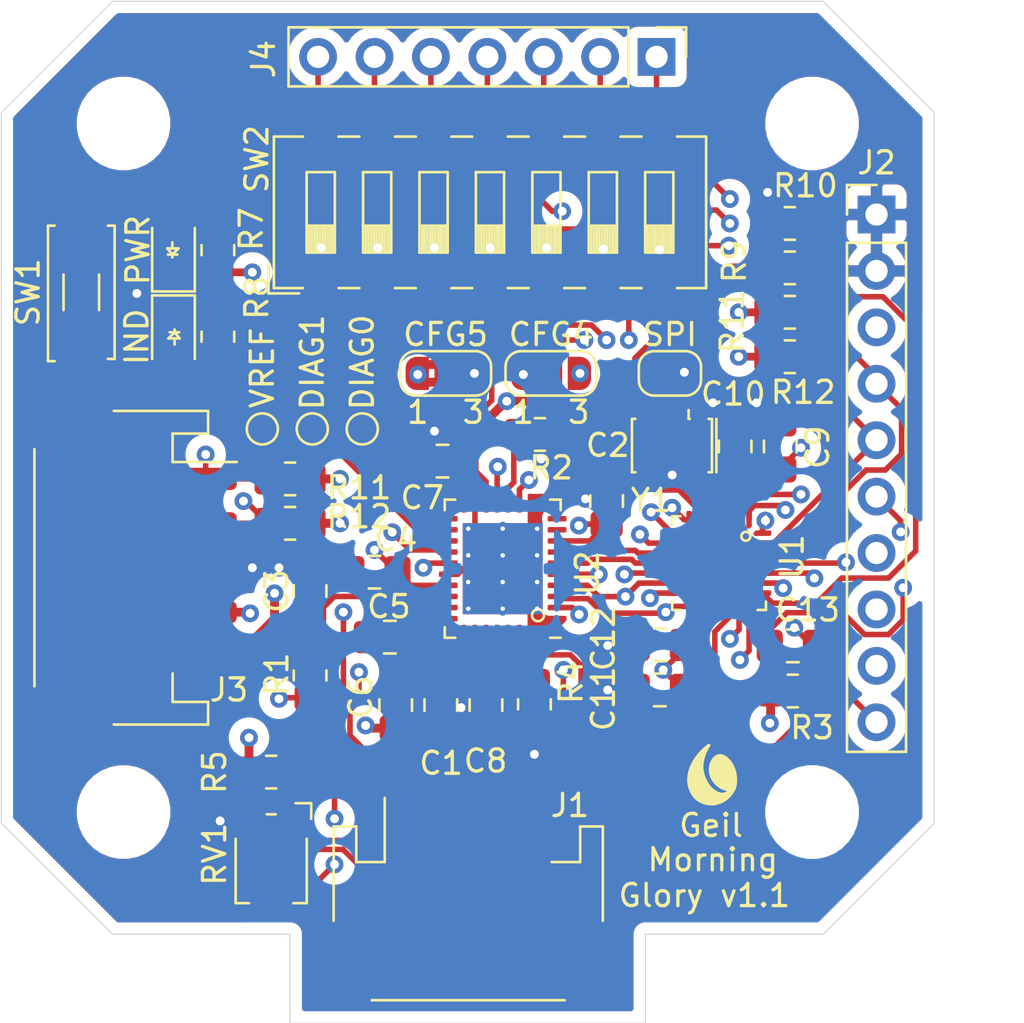
<source format=kicad_pcb>
(kicad_pcb (version 20171130) (host pcbnew "(5.1.12-1-10_14)")
  (layers (0 F.Cu signal) (1 Vio.Cu power) (2 Sig.Cu signal) (31 B.Cu power) (34 B.Paste user hide) (35 F.Paste user hide) (36 B.SilkS user hide) (37 F.SilkS user) (38 B.Mask user hide) (39 F.Mask user hide) (44 Edge.Cuts user hide))
  (net 0 "")
  (net 1 GND)
  (net 2 "Net-(D2-Pad2)")
  (net 3 +5V)
  (net 4 +12V)
  (net 5 /RESET)
  (net 6 "Net-(D3-Pad2)")
  (net 7 /RX)
  (net 8 /SCL)
  (net 9 /SDA)
  (net 10 "Net-(R4-Pad1)")
  (net 11 /IND)
  (net 12 /VM_REF)
  (net 13 "Net-(RV1-Pad2)")
  (net 14 /P7)
  (net 15 /P6)
  (net 16 /P5)
  (net 17 /P4)
  (net 18 /P3)
  (net 19 /P2)
  (net 20 /P1)
  (net 21 /DIR)
  (net 22 /STEP)
  (net 23 /SS)
  (net 24 /MOSI)
  (net 25 /MISO)
  (net 26 /SCK)
  (net 27 "Net-(U2-Pad9)")
  (net 28 "Net-(J5-Pad1)")
  (net 29 "Net-(J6-Pad1)")
  (net 30 "Net-(JP1-Pad2)")
  (net 31 /TX)
  (net 32 /CLKA)
  (net 33 /CLKB)
  (net 34 "Net-(C3-Pad2)")
  (net 35 "Net-(C5-Pad2)")
  (net 36 "Net-(C5-Pad1)")
  (net 37 "Net-(C6-Pad2)")
  (net 38 "Net-(C13-Pad1)")
  (net 39 /TMC2130_silentstepstick_v11/MB2)
  (net 40 /TMC2130_silentstepstick_v11/MA2)
  (net 41 /TMC2130_silentstepstick_v11/MA1)
  (net 42 /TMC2130_silentstepstick_v11/MB1)
  (net 43 /TMC2130_silentstepstick_v11/CFG4)
  (net 44 /TMC2130_silentstepstick_v11/CFG5)
  (net 45 "Net-(R2-Pad1)")
  (net 46 /TMC2130_silentstepstick_v11/EN)
  (net 47 "Net-(J7-Pad1)")
  (module Jumper:SolderJumper-3_P1.3mm_Bridged2Bar12_RoundedPad1.0x1.5mm_NumberLabels (layer F.Cu) (at 149.75 92.75)
    (fp_text reference JP2 hide)
    (fp_text value CFG4 (at 0 -1.75) (layer F.SilkS))
    (fp_poly (pts (xy -0.9 0.2) (xy -0.4 0.2) (xy -0.4 0.6) (xy -0.9 0.6)) (layer F.Cu) (width 0))
    (fp_poly (pts (xy -0.9 -0.6) (xy -0.4 -0.6) (xy -0.4 -0.2) (xy -0.9 -0.2)) (layer F.Cu) (width 0))
    (fp_text user 3 (at 1.25 1.75) (layer F.SilkS))
    (fp_text user 1 (at -1.25 1.75) (layer F.SilkS))
    (pad 3 smd custom (at 1.3 0) (size 1 0.5) (layers F.Cu F.Mask) (net 3 +5V) (options (clearance outline) (anchor rect)) (primitives (gr_circle (center 0 0.25) (end 0.5 0.25) (width 0)) (gr_circle (center 0 -0.25) (end 0.5 -0.25) (width 0)) (gr_poly (pts (xy -0.55 -0.75) (xy 0 -0.75) (xy 0 0.75) (xy -0.55 0.75)) (width 0))))
    (pad 2 smd rect (at 0 0) (size 1 1.5) (layers F.Cu F.Mask) (net 43 /TMC2130_silentstepstick_v11/CFG4))
    (pad 1 smd custom (at -1.3 0) (size 1 0.5) (layers F.Cu F.Mask) (net 1 GND) (options (clearance outline) (anchor rect)) (primitives (gr_circle (center 0 0.25) (end 0.5 0.25) (width 0)) (gr_circle (center 0 -0.25) (end 0.5 -0.25) (width 0)) (gr_poly (pts (xy 0.55 -0.75) (xy 0 -0.75) (xy 0 0.75) (xy 0.55 0.75)) (width 0))))
  )
  (module Connector_PinHeader_2.54mm:PinHeader_1x10_P2.54mm_Vertical (layer F.Cu) (at 164.4015 85.598)
    (fp_text reference J2 (at 0 -2.33) (layer F.SilkS))
    (fp_text value "Male Connector 10 Pin")
    (pad 1 thru_hole rect (at 0 0) (size 1.7 1.7) (drill 1) (layers *.Cu *.Mask) (net 1 GND))
    (pad 2 thru_hole oval (at 0 2.54) (size 1.7 1.7) (drill 1) (layers *.Cu *.Mask) (net 1 GND))
    (pad 3 thru_hole oval (at 0 5.08) (size 1.7 1.7) (drill 1) (layers *.Cu *.Mask) (net 3 +5V))
    (pad 4 thru_hole oval (at 0 7.62) (size 1.7 1.7) (drill 1) (layers *.Cu *.Mask) (net 7 /RX))
    (pad 5 thru_hole oval (at 0 10.16) (size 1.7 1.7) (drill 1) (layers *.Cu *.Mask) (net 31 /TX))
    (pad 6 thru_hole oval (at 0 12.7) (size 1.7 1.7) (drill 1) (layers *.Cu *.Mask) (net 38 "Net-(C13-Pad1)"))
    (pad 7 thru_hole oval (at 0 15.24) (size 1.7 1.7) (drill 1) (layers *.Cu *.Mask) (net 26 /SCK))
    (pad 8 thru_hole oval (at 0 17.78) (size 1.7 1.7) (drill 1) (layers *.Cu *.Mask) (net 25 /MISO))
    (pad 9 thru_hole oval (at 0 20.32) (size 1.7 1.7) (drill 1) (layers *.Cu *.Mask) (net 24 /MOSI))
    (pad 10 thru_hole oval (at 0 22.86) (size 1.7 1.7) (drill 1) (layers *.Cu *.Mask) (net 5 /RESET))
  )
  (module Jumper:SolderJumper-3_P1.3mm_Bridged2Bar12_RoundedPad1.0x1.5mm_NumberLabels (layer F.Cu) (at 145 92.75)
    (fp_text reference JP3 hide)
    (fp_text value CFG5 (at 0 -1.75) (layer F.SilkS))
    (fp_text user 1 (at -1.25 1.75) (layer F.SilkS))
    (fp_text user 3 (at 1.25 1.75) (layer F.SilkS))
    (fp_poly (pts (xy -0.9 -0.6) (xy -0.4 -0.6) (xy -0.4 -0.2) (xy -0.9 -0.2)) (layer F.Cu) (width 0))
    (fp_poly (pts (xy -0.9 0.2) (xy -0.4 0.2) (xy -0.4 0.6) (xy -0.9 0.6)) (layer F.Cu) (width 0))
    (pad 1 smd custom (at -1.3 0) (size 1 0.5) (layers F.Cu F.Mask) (net 3 +5V) (options (clearance outline) (anchor rect)) (primitives (gr_circle (center 0 0.25) (end 0.5 0.25) (width 0)) (gr_circle (center 0 -0.25) (end 0.5 -0.25) (width 0)) (gr_poly (pts (xy 0.55 -0.75) (xy 0 -0.75) (xy 0 0.75) (xy 0.55 0.75)) (width 0))))
    (pad 2 smd rect (at 0 0) (size 1 1.5) (layers F.Cu F.Mask) (net 44 /TMC2130_silentstepstick_v11/CFG5))
    (pad 3 smd custom (at 1.3 0) (size 1 0.5) (layers F.Cu F.Mask) (net 1 GND) (options (clearance outline) (anchor rect)) (primitives (gr_circle (center 0 0.25) (end 0.5 0.25) (width 0)) (gr_circle (center 0 -0.25) (end 0.5 -0.25) (width 0)) (gr_poly (pts (xy -0.55 -0.75) (xy 0 -0.75) (xy 0 0.75) (xy -0.55 0.75)) (width 0))))
  )
  (module TestPoint:TestPoint_Pad_D1.0mm (layer F.Cu) (at 136.75 95.25)
    (fp_text reference J7 hide)
    (fp_text value VREF (at 0 -2.75 90) (layer F.SilkS))
    (pad 1 smd circle (at 0 0) (size 1 1) (layers F.Cu F.Mask) (net 47 "Net-(J7-Pad1)"))
  )
  (module Button_Switch_SMD:SW_DIP_SPSTx07_Slide_6.7x19.34mm_W6.73mm_P2.54mm_LowProfile_JPin (layer F.Cu) (at 147 85.5 90)
    (fp_text reference SW2 (at 2.4 -10.5 270) (layer F.SilkS))
    (fp_text value SW_DIP_x07)
    (pad 1 smd rect (at -3.365 -7.62 90) (size 2.16 1.12) (layers F.Cu F.Paste F.Mask) (net 1 GND))
    (pad 8 smd rect (at 3.365 7.62 90) (size 2.16 1.12) (layers F.Cu F.Paste F.Mask) (net 14 /P7))
    (pad 2 smd rect (at -3.365 -5.08 90) (size 2.16 1.12) (layers F.Cu F.Paste F.Mask) (net 1 GND))
    (pad 9 smd rect (at 3.365 5.08 90) (size 2.16 1.12) (layers F.Cu F.Paste F.Mask) (net 15 /P6))
    (pad 3 smd rect (at -3.365 -2.54 90) (size 2.16 1.12) (layers F.Cu F.Paste F.Mask) (net 1 GND))
    (pad 10 smd rect (at 3.365 2.54 90) (size 2.16 1.12) (layers F.Cu F.Paste F.Mask) (net 16 /P5))
    (pad 4 smd rect (at -3.365 0 90) (size 2.16 1.12) (layers F.Cu F.Paste F.Mask) (net 1 GND))
    (pad 11 smd rect (at 3.365 0 90) (size 2.16 1.12) (layers F.Cu F.Paste F.Mask) (net 17 /P4))
    (pad 5 smd rect (at -3.365 2.54 90) (size 2.16 1.12) (layers F.Cu F.Paste F.Mask) (net 1 GND))
    (pad 12 smd rect (at 3.365 -2.54 90) (size 2.16 1.12) (layers F.Cu F.Paste F.Mask) (net 18 /P3))
    (pad 6 smd rect (at -3.365 5.08 90) (size 2.16 1.12) (layers F.Cu F.Paste F.Mask) (net 1 GND))
    (pad 13 smd rect (at 3.365 -5.08 90) (size 2.16 1.12) (layers F.Cu F.Paste F.Mask) (net 19 /P2))
    (pad 7 smd rect (at -3.365 7.62 90) (size 2.16 1.12) (layers F.Cu F.Paste F.Mask) (net 1 GND))
    (pad 14 smd rect (at 3.365 -7.62 90) (size 2.16 1.12) (layers F.Cu F.Paste F.Mask) (net 20 /P1))
  )
  (module "Motor:Nema 17" (layer F.Cu) (at 146 97 90)
    (fp_text reference H1 hide)
    (fp_text value Nema17)
    (pad 1 np_thru_hole circle (at -15.5 15.5 90) (size 3.2 3.2) (drill 3.2) (layers *.Cu *.Mask))
    (pad 1 np_thru_hole circle (at 15.5 15.5 90) (size 3.2 3.2) (drill 3.2) (layers *.Cu *.Mask))
    (pad 1 np_thru_hole circle (at 15.5 -15.5 90) (size 3.2 3.2) (drill 3.2) (layers *.Cu *.Mask))
    (pad 1 np_thru_hole circle (at -15.5 -15.5 90) (size 3.2 3.2) (drill 3.2) (layers *.Cu *.Mask))
  )
  (module Potentiometer_SMD:Potentiometer_Bourns_TC33X_Vertical (layer F.Cu) (at 137.15 114.7 270)
    (fp_text reference RV1 (at -0.3 2.55 90) (layer F.SilkS))
    (fp_text value 20K)
    (pad 2 smd rect (at 1.45 0 270) (size 1.5 1.6) (layers F.Cu F.Paste F.Mask) (net 13 "Net-(RV1-Pad2)"))
    (pad 3 smd rect (at -1.8 1 270) (size 1.2 1.2) (layers F.Cu F.Paste F.Mask) (net 1 GND))
    (pad 1 smd rect (at -1.8 -1 270) (size 1.2 1.2) (layers F.Cu F.Paste F.Mask) (net 47 "Net-(J7-Pad1)"))
  )
  (module Connector_PinHeader_2.54mm:PinHeader_1x07_P2.54mm_Vertical (layer F.Cu) (at 154.5 78.5 270)
    (fp_text reference J4 (at 0.1 17.7 270) (layer F.SilkS))
    (fp_text value Conn_01x07)
    (pad 7 thru_hole oval (at 0 15.24 270) (size 1.7 1.7) (drill 1) (layers *.Cu *.Mask) (net 20 /P1))
    (pad 6 thru_hole oval (at 0 12.7 270) (size 1.7 1.7) (drill 1) (layers *.Cu *.Mask) (net 19 /P2))
    (pad 5 thru_hole oval (at 0 10.16 270) (size 1.7 1.7) (drill 1) (layers *.Cu *.Mask) (net 18 /P3))
    (pad 4 thru_hole oval (at 0 7.62 270) (size 1.7 1.7) (drill 1) (layers *.Cu *.Mask) (net 17 /P4))
    (pad 3 thru_hole oval (at 0 5.08 270) (size 1.7 1.7) (drill 1) (layers *.Cu *.Mask) (net 16 /P5))
    (pad 2 thru_hole oval (at 0 2.54 270) (size 1.7 1.7) (drill 1) (layers *.Cu *.Mask) (net 15 /P6))
    (pad 1 thru_hole rect (at 0 0 270) (size 1.7 1.7) (drill 1) (layers *.Cu *.Mask) (net 14 /P7))
  )
  (module Resistor_SMD:R_0805_2012Metric_Pad1.20x1.40mm_HandSolder (layer F.Cu) (at 138 99.5 180)
    (fp_text reference R12 (at -3.1 0.3 180) (layer F.SilkS))
    (fp_text value 10K)
    (pad 2 smd roundrect (at 1 0 180) (size 1.2 1.4) (layers F.Cu F.Paste F.Mask) (roundrect_rratio 0.208333) (net 8 /SCL))
    (pad 1 smd roundrect (at -1 0 180) (size 1.2 1.4) (layers F.Cu F.Paste F.Mask) (roundrect_rratio 0.208333) (net 3 +5V))
  )
  (module Resistor_SMD:R_0805_2012Metric_Pad1.20x1.40mm_HandSolder (layer F.Cu) (at 138 97.5 180)
    (fp_text reference R11 (at -3.1 -0.4 180) (layer F.SilkS))
    (fp_text value 10K)
    (pad 2 smd roundrect (at 1 0 180) (size 1.2 1.4) (layers F.Cu F.Paste F.Mask) (roundrect_rratio 0.208333) (net 9 /SDA))
    (pad 1 smd roundrect (at -1 0 180) (size 1.2 1.4) (layers F.Cu F.Paste F.Mask) (roundrect_rratio 0.208333) (net 3 +5V))
  )
  (module Connector_JST:JST_PH_S5B-PH-SM4-TB_1x05-1MP_P2.00mm_Horizontal (layer F.Cu) (at 131 101.5 270)
    (fp_text reference J3 (at 5.5 -4.25 180) (layer F.SilkS))
    (fp_text value "JST 5 Pin")
    (pad MP smd roundrect (at 6.35 2.9 270) (size 1.5 3.4) (layers F.Cu F.Paste F.Mask) (roundrect_rratio 0.166667))
    (pad MP smd roundrect (at -6.35 2.9 270) (size 1.5 3.4) (layers F.Cu F.Paste F.Mask) (roundrect_rratio 0.166667))
    (pad 5 smd roundrect (at 4 -2.85 270) (size 1 3.5) (layers F.Cu F.Paste F.Mask) (net 4 +12V))
    (pad 4 smd roundrect (at 2 -2.85 270) (size 1 3.5) (layers F.Cu F.Paste F.Mask) (net 3 +5V))
    (pad 3 smd roundrect (at 0 -2.85 270) (size 1 3.5) (layers F.Cu F.Paste F.Mask) (net 1 GND))
    (pad 2 smd roundrect (at -2 -2.85 270) (size 1 3.5) (layers F.Cu F.Paste F.Mask) (net 8 /SCL))
    (pad 1 smd roundrect (at -4 -2.85 270) (size 1 3.5) (layers F.Cu F.Paste F.Mask) (net 9 /SDA))
  )
  (module Connector_JST:JST_PH_S4B-PH-SM4-TB_1x04-1MP_P2.00mm_Horizontal (layer F.Cu) (at 146.02 116.46)
    (fp_text reference J1 (at 4.58 -4.26) (layer F.SilkS))
    (fp_text value "Motor Connector")
    (pad MP smd roundrect (at 5.35 2.9) (size 1.5 3.4) (layers F.Cu F.Paste F.Mask) (roundrect_rratio 0.166667))
    (pad MP smd roundrect (at -5.35 2.9) (size 1.5 3.4) (layers F.Cu F.Paste F.Mask) (roundrect_rratio 0.166667))
    (pad 4 smd roundrect (at 3 -2.85) (size 1 3.5) (layers F.Cu F.Paste F.Mask) (net 42 /TMC2130_silentstepstick_v11/MB1))
    (pad 3 smd roundrect (at 1 -2.85) (size 1 3.5) (layers F.Cu F.Paste F.Mask) (net 40 /TMC2130_silentstepstick_v11/MA2))
    (pad 2 smd roundrect (at -1 -2.85) (size 1 3.5) (layers F.Cu F.Paste F.Mask) (net 39 /TMC2130_silentstepstick_v11/MB2))
    (pad 1 smd roundrect (at -3 -2.85) (size 1 3.5) (layers F.Cu F.Paste F.Mask) (net 41 /TMC2130_silentstepstick_v11/MA1))
  )
  (module Resistor_SMD:R_0805_2012Metric_Pad1.20x1.40mm_HandSolder (layer F.Cu) (at 160.5 92)
    (fp_text reference R12 (at 0.6 1.6 180) (layer F.SilkS))
    (fp_text value 10K)
    (pad 2 smd roundrect (at 1 0) (size 1.2 1.4) (layers F.Cu F.Paste F.Mask) (roundrect_rratio 0.208333) (net 31 /TX))
    (pad 1 smd roundrect (at -1 0) (size 1.2 1.4) (layers F.Cu F.Paste F.Mask) (roundrect_rratio 0.208333) (net 3 +5V))
  )
  (module Resistor_SMD:R_0805_2012Metric_Pad1.20x1.40mm_HandSolder (layer F.Cu) (at 160.5 90)
    (fp_text reference R11 (at -2.6 0.4 90) (layer F.SilkS))
    (fp_text value 10K)
    (pad 2 smd roundrect (at 1 0) (size 1.2 1.4) (layers F.Cu F.Paste F.Mask) (roundrect_rratio 0.208333) (net 7 /RX))
    (pad 1 smd roundrect (at -1 0) (size 1.2 1.4) (layers F.Cu F.Paste F.Mask) (roundrect_rratio 0.208333) (net 3 +5V))
  )
  (module Capacitor_SMD:C_0805_2012Metric_Pad1.18x1.45mm_HandSolder (layer F.Cu) (at 141.8 101.7)
    (fp_text reference C4 (at 0.95 -1.45 180) (layer F.SilkS))
    (fp_text value 4u7/10v)
    (pad 1 smd roundrect (at -1.0375 0) (size 1.175 1.45) (layers F.Cu F.Paste F.Mask) (roundrect_rratio 0.2127659574468085) (net 1 GND))
    (pad 2 smd roundrect (at 1.0375 0) (size 1.175 1.45) (layers F.Cu F.Paste F.Mask) (roundrect_rratio 0.2127659574468085) (net 3 +5V))
  )
  (module Crystal:Resonator_SMD_muRata_CSTxExxV-3Pin_3.0x1.1mm_HandSoldering (layer F.Cu) (at 155.1921 96 180)
    (fp_text reference Y1 (at 0.9421 -2.4675 180) (layer F.SilkS))
    (fp_text value 16Mhz)
    (pad 1 smd rect (at -1.2 0 180) (size 0.4 3.2) (layers F.Cu F.Paste F.Mask) (net 32 /CLKA))
    (pad 2 smd rect (at 0 0 180) (size 0.4 3.2) (layers F.Cu F.Paste F.Mask) (net 1 GND))
    (pad 3 smd rect (at 1.2 0 180) (size 0.4 3.2) (layers F.Cu F.Paste F.Mask) (net 33 /CLKB))
  )
  (module Capacitor_SMD:C_0805_2012Metric_Pad1.18x1.45mm_HandSolder (layer F.Cu) (at 160.0689 96.0384 90)
    (fp_text reference C9 (at -0.0366 1.6811 90) (layer F.SilkS))
    (fp_text value 10u)
    (pad 2 smd roundrect (at 1.0375 0 90) (size 1.175 1.45) (layers F.Cu F.Paste F.Mask) (roundrect_rratio 0.2127659574468085) (net 1 GND))
    (pad 1 smd roundrect (at -1.0375 0 90) (size 1.175 1.45) (layers F.Cu F.Paste F.Mask) (roundrect_rratio 0.2127659574468085) (net 3 +5V))
  )
  (module Capacitor_SMD:C_0805_2012Metric_Pad1.18x1.45mm_HandSolder (layer F.Cu) (at 158.0369 96.0384 90)
    (fp_text reference C10 (at 2.3634 -0.0869 180) (layer F.SilkS))
    (fp_text value 100n/50V)
    (pad 1 smd roundrect (at -1.0375 0 90) (size 1.175 1.45) (layers F.Cu F.Paste F.Mask) (roundrect_rratio 0.2127659574468085) (net 3 +5V))
    (pad 2 smd roundrect (at 1.0375 0 90) (size 1.175 1.45) (layers F.Cu F.Paste F.Mask) (roundrect_rratio 0.2127659574468085) (net 1 GND))
  )
  (module "Logos:Geil Small" (layer F.Cu) (at 156.95 111)
    (fp_text reference REF** hide)
    (fp_text value "Geil Small")
  )
  (module Capacitor_SMD:C_0805_2012Metric_Pad1.18x1.45mm_HandSolder (layer F.Cu) (at 146.818 107.685 270)
    (fp_text reference C8 (at 2.515 0.018 180) (layer F.SilkS))
    (fp_text value 1u/50V)
    (pad 2 smd roundrect (at 1.0375 0 270) (size 1.175 1.45) (layers F.Cu F.Paste F.Mask) (roundrect_rratio 0.2127659574468085) (net 1 GND))
    (pad 1 smd roundrect (at -1.0375 0 270) (size 1.175 1.45) (layers F.Cu F.Paste F.Mask) (roundrect_rratio 0.2127659574468085) (net 4 +12V))
  )
  (module TestPoint:TestPoint_Pad_D1.0mm (layer F.Cu) (at 139 95.25 270)
    (fp_text reference J6 hide)
    (fp_text value DIAG1 (at -3 0 90) (layer F.SilkS))
    (pad 1 smd circle (at 0 0 270) (size 1 1) (layers F.Cu F.Mask) (net 29 "Net-(J6-Pad1)"))
  )
  (module Package_DFN_QFN:QFN-28-1EP_4x4mm_P0.45mm_EP2.4x2.4mm (layer F.Cu) (at 157.313 101.291 270)
    (fp_text reference U1 (at -0.291 -3.287 90) (layer F.SilkS))
    (fp_text value ATmega328P-PU)
    (pad 1 smd custom (at -1.95 -1.35 270) (size 0.179289 0.179289) (layers F.Cu F.Paste F.Mask) (net 19 /P2) (options (clearance outline) (anchor circle)) (primitives (gr_poly (pts (xy -0.3375 -0.0625) (xy 0.274112 -0.0625) (xy 0.3375 0.000888) (xy 0.3375 0.0625) (xy -0.3375 0.0625)) (width 0.125))))
    (pad 2 smd roundrect (at -1.95 -0.9 270) (size 0.8 0.25) (layers F.Cu F.Paste F.Mask) (net 18 /P3))
    (pad 3 smd roundrect (at -1.95 -0.45 270) (size 0.8 0.25) (layers F.Cu F.Paste F.Mask) (net 3 +5V))
    (pad 4 smd roundrect (at -1.95 0 270) (size 0.8 0.25) (layers F.Cu F.Paste F.Mask) (net 1 GND))
    (pad 5 smd roundrect (at -1.95 0.45 270) (size 0.8 0.25) (layers F.Cu F.Paste F.Mask) (net 32 /CLKA))
    (pad 6 smd roundrect (at -1.95 0.9 270) (size 0.8 0.25) (layers F.Cu F.Paste F.Mask) (net 33 /CLKB))
    (pad 7 smd custom (at -1.95 1.35 270) (size 0.179289 0.179289) (layers F.Cu F.Paste F.Mask) (net 17 /P4) (options (clearance outline) (anchor circle)) (primitives (gr_poly (pts (xy -0.3375 -0.0625) (xy 0.3375 -0.0625) (xy 0.3375 -0.000888) (xy 0.274112 0.0625) (xy -0.3375 0.0625)) (width 0.125))))
    (pad 8 smd custom (at -1.35 1.95 270) (size 0.179289 0.179289) (layers F.Cu F.Paste F.Mask) (net 16 /P5) (options (clearance outline) (anchor circle)) (primitives (gr_poly (pts (xy -0.0625 -0.274112) (xy 0.000888 -0.3375) (xy 0.0625 -0.3375) (xy 0.0625 0.3375) (xy -0.0625 0.3375)) (width 0.125))))
    (pad 9 smd roundrect (at -0.9 1.95 270) (size 0.25 0.8) (layers F.Cu F.Paste F.Mask) (net 46 /TMC2130_silentstepstick_v11/EN))
    (pad 10 smd roundrect (at -0.45 1.95 270) (size 0.25 0.8) (layers F.Cu F.Paste F.Mask) (net 21 /DIR))
    (pad 11 smd roundrect (at 0 1.95 270) (size 0.25 0.8) (layers F.Cu F.Paste F.Mask) (net 22 /STEP))
    (pad 12 smd roundrect (at 0.45 1.95 270) (size 0.25 0.8) (layers F.Cu F.Paste F.Mask) (net 23 /SS))
    (pad 13 smd roundrect (at 0.9 1.95 270) (size 0.25 0.8) (layers F.Cu F.Paste F.Mask) (net 24 /MOSI))
    (pad 14 smd custom (at 1.35 1.95 270) (size 0.179289 0.179289) (layers F.Cu F.Paste F.Mask) (net 25 /MISO) (options (clearance outline) (anchor circle)) (primitives (gr_poly (pts (xy -0.0625 -0.3375) (xy -0.000888 -0.3375) (xy 0.0625 -0.274112) (xy 0.0625 0.3375) (xy -0.0625 0.3375)) (width 0.125))))
    (pad 15 smd custom (at 1.95 1.35 270) (size 0.179289 0.179289) (layers F.Cu F.Paste F.Mask) (net 26 /SCK) (options (clearance outline) (anchor circle)) (primitives (gr_poly (pts (xy -0.3375 -0.0625) (xy 0.3375 -0.0625) (xy 0.3375 0.0625) (xy -0.274112 0.0625) (xy -0.3375 -0.000888)) (width 0.125))))
    (pad 16 smd roundrect (at 1.95 0.9 270) (size 0.8 0.25) (layers F.Cu F.Paste F.Mask) (net 3 +5V))
    (pad 17 smd roundrect (at 1.95 0.45 270) (size 0.8 0.25) (layers F.Cu F.Paste F.Mask) (net 3 +5V))
    (pad 18 smd roundrect (at 1.95 0 270) (size 0.8 0.25) (layers F.Cu F.Paste F.Mask) (net 1 GND))
    (pad 19 smd roundrect (at 1.95 -0.45 270) (size 0.8 0.25) (layers F.Cu F.Paste F.Mask) (net 11 /IND))
    (pad 20 smd roundrect (at 1.95 -0.9 270) (size 0.8 0.25) (layers F.Cu F.Paste F.Mask) (net 15 /P6))
    (pad 21 smd custom (at 1.95 -1.35 270) (size 0.179289 0.179289) (layers F.Cu F.Paste F.Mask) (net 14 /P7) (options (clearance outline) (anchor circle)) (primitives (gr_poly (pts (xy -0.3375 0.000888) (xy -0.274112 -0.0625) (xy 0.3375 -0.0625) (xy 0.3375 0.0625) (xy -0.3375 0.0625)) (width 0.125))))
    (pad 22 smd custom (at 1.35 -1.95 270) (size 0.179289 0.179289) (layers F.Cu F.Paste F.Mask) (net 12 /VM_REF) (options (clearance outline) (anchor circle)) (primitives (gr_poly (pts (xy -0.0625 -0.3375) (xy 0.0625 -0.3375) (xy 0.0625 0.274112) (xy -0.000888 0.3375) (xy -0.0625 0.3375)) (width 0.125))))
    (pad 23 smd roundrect (at 0.9 -1.95 270) (size 0.25 0.8) (layers F.Cu F.Paste F.Mask) (net 9 /SDA))
    (pad 24 smd roundrect (at 0.45 -1.95 270) (size 0.25 0.8) (layers F.Cu F.Paste F.Mask) (net 8 /SCL))
    (pad 25 smd roundrect (at 0 -1.95 270) (size 0.25 0.8) (layers F.Cu F.Paste F.Mask) (net 5 /RESET))
    (pad 26 smd roundrect (at -0.45 -1.95 270) (size 0.25 0.8) (layers F.Cu F.Paste F.Mask) (net 7 /RX))
    (pad 27 smd roundrect (at -0.9 -1.95 270) (size 0.25 0.8) (layers F.Cu F.Paste F.Mask) (net 31 /TX))
    (pad 28 smd custom (at -1.35 -1.95 270) (size 0.179289 0.179289) (layers F.Cu F.Paste F.Mask) (net 20 /P1) (options (clearance outline) (anchor circle)) (primitives (gr_poly (pts (xy -0.0625 -0.3375) (xy 0.0625 -0.3375) (xy 0.0625 0.3375) (xy 0.000888 0.3375) (xy -0.0625 0.274112)) (width 0.125))))
    (pad 29 smd rect (at 0 0 270) (size 2.4 2.4) (layers F.Cu F.Mask) (net 1 GND))
  )
  (module TestPoint:TestPoint_Pad_D1.0mm (layer F.Cu) (at 141.25 95.25 270)
    (fp_text reference J5 hide)
    (fp_text value DIAG0 (at -3 0 90) (layer F.SilkS))
    (pad 1 smd circle (at 0 0 270) (size 1 1) (layers F.Cu F.Mask) (net 28 "Net-(J5-Pad1)"))
  )
  (module Jumper:SolderJumper-2_P1.3mm_Open_RoundedPad1.0x1.5mm (layer F.Cu) (at 155.1 92.75 180)
    (fp_text reference JP1 hide)
    (fp_text value SPI (at 0 1.75) (layer F.SilkS))
    (pad 1 smd custom (at -0.65 0 180) (size 1 0.5) (layers F.Cu F.Mask) (net 1 GND) (options (clearance outline) (anchor rect)) (primitives (gr_circle (center 0 0.25) (end 0.5 0.25) (width 0)) (gr_circle (center 0 -0.25) (end 0.5 -0.25) (width 0)) (gr_poly (pts (xy 0 -0.75) (xy 0.5 -0.75) (xy 0.5 0.75) (xy 0 0.75)) (width 0))))
    (pad 2 smd custom (at 0.65 0 180) (size 1 0.5) (layers F.Cu F.Mask) (net 30 "Net-(JP1-Pad2)") (options (clearance outline) (anchor rect)) (primitives (gr_circle (center 0 0.25) (end 0.5 0.25) (width 0)) (gr_circle (center 0 -0.25) (end 0.5 -0.25) (width 0)) (gr_poly (pts (xy 0 -0.75) (xy -0.5 -0.75) (xy -0.5 0.75) (xy 0 0.75)) (width 0))))
  )
  (module Capacitor_SMD:C_0805_2012Metric_Pad1.18x1.45mm_HandSolder (layer F.Cu) (at 142.492 104.625 180)
    (fp_text reference C5 (at 0.042 1.375 180) (layer F.SilkS))
    (fp_text value 22n/50V)
    (pad 2 smd roundrect (at 1.0375 0 180) (size 1.175 1.45) (layers F.Cu F.Paste F.Mask) (roundrect_rratio 0.2127659574468085) (net 35 "Net-(C5-Pad2)"))
    (pad 1 smd roundrect (at -1.0375 0 180) (size 1.175 1.45) (layers F.Cu F.Paste F.Mask) (roundrect_rratio 0.2127659574468085) (net 36 "Net-(C5-Pad1)"))
  )
  (module Capacitor_SMD:C_0805_2012Metric_Pad1.18x1.45mm_HandSolder (layer F.Cu) (at 152.25 98.5 90)
    (fp_text reference C2 (at 2.5125 0.05 180) (layer F.SilkS))
    (fp_text value 100n/50V)
    (pad 1 smd roundrect (at -1.0375 0 90) (size 1.175 1.45) (layers F.Cu F.Paste F.Mask) (roundrect_rratio 0.2127659574468085) (net 3 +5V))
    (pad 2 smd roundrect (at 1.0375 0 90) (size 1.175 1.45) (layers F.Cu F.Paste F.Mask) (roundrect_rratio 0.2127659574468085) (net 1 GND))
  )
  (module Capacitor_SMD:C_0805_2012Metric_Pad1.18x1.45mm_HandSolder (layer F.Cu) (at 138.9 102.55 270)
    (fp_text reference C3 (at 0 1.5 270) (layer F.SilkS))
    (fp_text value 470n/10V)
    (pad 2 smd roundrect (at 1.0375 0 270) (size 1.175 1.45) (layers F.Cu F.Paste F.Mask) (roundrect_rratio 0.2127659574468085) (net 34 "Net-(C3-Pad2)"))
    (pad 1 smd roundrect (at -1.0375 0 270) (size 1.175 1.45) (layers F.Cu F.Paste F.Mask) (roundrect_rratio 0.2127659574468085) (net 1 GND))
  )
  (module Capacitor_SMD:C_0805_2012Metric_Pad1.18x1.45mm_HandSolder (layer F.Cu) (at 144.786 107.685 270)
    (fp_text reference C1 (at 2.615 -0.014 180) (layer F.SilkS))
    (fp_text value 100n/50V)
    (pad 1 smd roundrect (at -1.0375 0 270) (size 1.175 1.45) (layers F.Cu F.Paste F.Mask) (roundrect_rratio 0.2127659574468085) (net 4 +12V))
    (pad 2 smd roundrect (at 1.0375 0 270) (size 1.175 1.45) (layers F.Cu F.Paste F.Mask) (roundrect_rratio 0.2127659574468085) (net 1 GND))
  )
  (module Capacitor_SMD:C_0805_2012Metric_Pad1.18x1.45mm_HandSolder (layer F.Cu) (at 144.8625 96.7 180)
    (fp_text reference C7 (at 0.9125 -1.65) (layer F.SilkS))
    (fp_text value 100n/50V)
    (pad 2 smd roundrect (at 1.0375 0 180) (size 1.175 1.45) (layers F.Cu F.Paste F.Mask) (roundrect_rratio 0.2127659574468085) (net 1 GND))
    (pad 1 smd roundrect (at -1.0375 0 180) (size 1.175 1.45) (layers F.Cu F.Paste F.Mask) (roundrect_rratio 0.2127659574468085) (net 4 +12V))
  )
  (module Capacitor_SMD:C_0805_2012Metric_Pad1.18x1.45mm_HandSolder (layer F.Cu) (at 142.754 107.685 90)
    (fp_text reference C6 (at 0.36 -1.579 90) (layer F.SilkS))
    (fp_text value 100n/50V)
    (pad 1 smd roundrect (at -1.0375 0 90) (size 1.175 1.45) (layers F.Cu F.Paste F.Mask) (roundrect_rratio 0.2127659574468085) (net 4 +12V))
    (pad 2 smd roundrect (at 1.0375 0 90) (size 1.175 1.45) (layers F.Cu F.Paste F.Mask) (roundrect_rratio 0.2127659574468085) (net 37 "Net-(C6-Pad2)"))
  )
  (module Resistor_SMD:R_0805_2012Metric_Pad1.20x1.40mm_HandSolder (layer F.Cu) (at 138.9 106.35 90)
    (fp_text reference R1 (at 0.05 -1.5 270) (layer F.SilkS))
    (fp_text value 2R2)
    (pad 1 smd roundrect (at -1 0 90) (size 1.2 1.4) (layers F.Cu F.Paste F.Mask) (roundrect_rratio 0.2083325) (net 3 +5V))
    (pad 2 smd roundrect (at 1 0 90) (size 1.2 1.4) (layers F.Cu F.Paste F.Mask) (roundrect_rratio 0.2083325) (net 34 "Net-(C3-Pad2)"))
  )
  (module Resistor_SMD:R_0805_2012Metric_Pad1.20x1.40mm_HandSolder (layer F.Cu) (at 149 107.65 270)
    (fp_text reference R4 (at -1 -1.651 270) (layer F.SilkS))
    (fp_text value R0805/0R11)
    (pad 1 smd roundrect (at -1 0 270) (size 1.2 1.4) (layers F.Cu F.Paste F.Mask) (roundrect_rratio 0.2083325) (net 10 "Net-(R4-Pad1)"))
    (pad 2 smd roundrect (at 1 0 270) (size 1.2 1.4) (layers F.Cu F.Paste F.Mask) (roundrect_rratio 0.2083325) (net 1 GND))
  )
  (module Resistor_SMD:R_0805_2012Metric_Pad1.20x1.40mm_HandSolder (layer F.Cu) (at 149.25 95.5)
    (fp_text reference R2 (at 0.5 1.5 180) (layer F.SilkS))
    (fp_text value R0805/0R11)
    (pad 2 smd roundrect (at 1 0) (size 1.2 1.4) (layers F.Cu F.Paste F.Mask) (roundrect_rratio 0.2083325) (net 1 GND))
    (pad 1 smd roundrect (at -1 0) (size 1.2 1.4) (layers F.Cu F.Paste F.Mask) (roundrect_rratio 0.2083325) (net 45 "Net-(R2-Pad1)"))
  )
  (module Capacitor_SMD:C_0805_2012Metric_Pad1.18x1.45mm_HandSolder (layer F.Cu) (at 160.634 105.017)
    (fp_text reference C13 (at 0.666 -1.617 180) (layer F.SilkS))
    (fp_text value 100nF/50V)
    (pad 1 smd roundrect (at -1.0375 0) (size 1.175 1.45) (layers F.Cu F.Paste F.Mask) (roundrect_rratio 0.2127659574468085) (net 38 "Net-(C13-Pad1)"))
    (pad 2 smd roundrect (at 1.0375 0) (size 1.175 1.45) (layers F.Cu F.Paste F.Mask) (roundrect_rratio 0.2127659574468085) (net 5 /RESET))
  )
  (module Resistor_SMD:R_0805_2012Metric_Pad1.20x1.40mm_HandSolder (layer F.Cu) (at 160.634 107.049 180)
    (fp_text reference R3 (at -0.866 -1.651) (layer F.SilkS))
    (fp_text value 10K)
    (pad 1 smd roundrect (at -1 0 180) (size 1.2 1.4) (layers F.Cu F.Paste F.Mask) (roundrect_rratio 0.2083325) (net 5 /RESET))
    (pad 2 smd roundrect (at 1 0 180) (size 1.2 1.4) (layers F.Cu F.Paste F.Mask) (roundrect_rratio 0.2083325) (net 3 +5V))
  )
  (module Button_Switch_SMD:SPST_FSM2JMTR (layer F.Cu) (at 128.6 89.1 270)
    (fp_text reference SW1 (at 0 2.4 90) (layer F.SilkS))
    (fp_text value SW_SPST)
    (pad 2 smd rect (at 2.4 0 270) (size 2.8 2.2) (layers F.Cu F.Paste F.Mask) (net 5 /RESET))
    (pad 1 smd rect (at -2.4 0 270) (size 2.8 2.2) (layers F.Cu F.Paste F.Mask) (net 1 GND))
  )
  (module Capacitor_SMD:C_0805_2012Metric_Pad1.18x1.45mm_HandSolder (layer F.Cu) (at 154.646 104.974 180)
    (fp_text reference C12 (at 2.546 0.274 90) (layer F.SilkS))
    (fp_text value 0.1u)
    (pad 1 smd roundrect (at -1.0375 0 180) (size 1.175 1.45) (layers F.Cu F.Paste F.Mask) (roundrect_rratio 0.2127659574468085) (net 3 +5V))
    (pad 2 smd roundrect (at 1.0375 0 180) (size 1.175 1.45) (layers F.Cu F.Paste F.Mask) (roundrect_rratio 0.2127659574468085) (net 1 GND))
  )
  (module Capacitor_SMD:C_0805_2012Metric_Pad1.18x1.45mm_HandSolder (layer F.Cu) (at 154.646 107 180)
    (fp_text reference C11 (at 2.546 -0.4 270) (layer F.SilkS))
    (fp_text value 100n/50V)
    (pad 2 smd roundrect (at 1.0375 0 180) (size 1.175 1.45) (layers F.Cu F.Paste F.Mask) (roundrect_rratio 0.2127659574468085) (net 1 GND))
    (pad 1 smd roundrect (at -1.0375 0 180) (size 1.175 1.45) (layers F.Cu F.Paste F.Mask) (roundrect_rratio 0.2127659574468085) (net 3 +5V))
  )
  (module Package_DFN_QFN:QFN-36-1EP_5x6mm_P0.5mm_EP3.6x4.1mm_ThermalVias (layer F.Cu) (at 147.572 101.543 180)
    (fp_text reference U2 (at -3.81 -0.1905 90) (layer F.SilkS))
    (fp_text value TMC2130-LA)
    (pad 1 smd roundrect (at -2.45 -2.25 180) (size 0.85 0.25) (layers F.Cu F.Paste F.Mask) (net 1 GND))
    (pad 2 smd roundrect (at -2.45 -1.75 180) (size 0.85 0.25) (layers F.Cu F.Paste F.Mask) (net 23 /SS))
    (pad 3 smd roundrect (at -2.45 -1.25 180) (size 0.85 0.25) (layers F.Cu F.Paste F.Mask) (net 26 /SCK))
    (pad 4 smd roundrect (at -2.45 -0.75 180) (size 0.85 0.25) (layers F.Cu F.Paste F.Mask) (net 24 /MOSI))
    (pad 5 smd roundrect (at -2.45 -0.25 180) (size 0.85 0.25) (layers F.Cu F.Paste F.Mask) (net 25 /MISO))
    (pad 6 smd roundrect (at -2.45 0.25 180) (size 0.85 0.25) (layers F.Cu F.Paste F.Mask) (net 22 /STEP))
    (pad 7 smd roundrect (at -2.45 0.75 180) (size 0.85 0.25) (layers F.Cu F.Paste F.Mask) (net 21 /DIR))
    (pad 8 smd roundrect (at -2.45 1.25 180) (size 0.85 0.25) (layers F.Cu F.Paste F.Mask) (net 3 +5V))
    (pad 9 smd roundrect (at -2.45 1.75 180) (size 0.85 0.25) (layers F.Cu F.Paste F.Mask) (net 27 "Net-(U2-Pad9)"))
    (pad 10 smd roundrect (at -2.45 2.25 180) (size 0.85 0.25) (layers F.Cu F.Paste F.Mask) (net 30 "Net-(JP1-Pad2)"))
    (pad 11 smd roundrect (at -1.75 2.95 180) (size 0.25 0.85) (layers F.Cu F.Paste F.Mask) (net 1 GND))
    (pad 12 smd roundrect (at -1.25 2.95 180) (size 0.25 0.85) (layers F.Cu F.Paste F.Mask) (net 1 GND))
    (pad 13 smd roundrect (at -0.75 2.95 180) (size 0.25 0.85) (layers F.Cu F.Paste F.Mask) (net 42 /TMC2130_silentstepstick_v11/MB1))
    (pad 14 smd roundrect (at -0.25 2.95 180) (size 0.25 0.85) (layers F.Cu F.Paste F.Mask) (net 45 "Net-(R2-Pad1)"))
    (pad 15 smd roundrect (at 0.25 2.95 180) (size 0.25 0.85) (layers F.Cu F.Paste F.Mask) (net 39 /TMC2130_silentstepstick_v11/MB2))
    (pad 16 smd roundrect (at 0.75 2.95 180) (size 0.25 0.85) (layers F.Cu F.Paste F.Mask) (net 4 +12V))
    (pad 17 smd roundrect (at 1.25 2.95 180) (size 0.25 0.85) (layers F.Cu F.Paste F.Mask) (net 1 GND))
    (pad 18 smd roundrect (at 1.75 2.95 180) (size 0.25 0.85) (layers F.Cu F.Paste F.Mask) (net 43 /TMC2130_silentstepstick_v11/CFG4))
    (pad 19 smd roundrect (at 2.45 2.25 180) (size 0.85 0.25) (layers F.Cu F.Paste F.Mask) (net 44 /TMC2130_silentstepstick_v11/CFG5))
    (pad 20 smd roundrect (at 2.45 1.75 180) (size 0.85 0.25) (layers F.Cu F.Paste F.Mask) (net 28 "Net-(J5-Pad1)"))
    (pad 21 smd roundrect (at 2.45 1.25 180) (size 0.85 0.25) (layers F.Cu F.Paste F.Mask) (net 29 "Net-(J6-Pad1)"))
    (pad 22 smd roundrect (at 2.45 0.75 180) (size 0.85 0.25) (layers F.Cu F.Paste F.Mask) (net 46 /TMC2130_silentstepstick_v11/EN))
    (pad 23 smd roundrect (at 2.45 0.25 180) (size 0.85 0.25) (layers F.Cu F.Paste F.Mask) (net 13 "Net-(RV1-Pad2)"))
    (pad 24 smd roundrect (at 2.45 -0.25 180) (size 0.85 0.25) (layers F.Cu F.Paste F.Mask) (net 1 GND))
    (pad 25 smd roundrect (at 2.45 -0.75 180) (size 0.85 0.25) (layers F.Cu F.Paste F.Mask) (net 3 +5V))
    (pad 26 smd roundrect (at 2.45 -1.25 180) (size 0.85 0.25) (layers F.Cu F.Paste F.Mask) (net 34 "Net-(C3-Pad2)"))
    (pad 27 smd roundrect (at 2.45 -1.75 180) (size 0.85 0.25) (layers F.Cu F.Paste F.Mask) (net 35 "Net-(C5-Pad2)"))
    (pad 28 smd roundrect (at 2.45 -2.25 180) (size 0.85 0.25) (layers F.Cu F.Paste F.Mask) (net 36 "Net-(C5-Pad1)"))
    (pad 29 smd roundrect (at 1.75 -2.95 180) (size 0.25 0.85) (layers F.Cu F.Paste F.Mask) (net 37 "Net-(C6-Pad2)"))
    (pad 30 smd roundrect (at 1.25 -2.95 180) (size 0.25 0.85) (layers F.Cu F.Paste F.Mask) (net 4 +12V))
    (pad 31 smd roundrect (at 0.75 -2.95 180) (size 0.25 0.85) (layers F.Cu F.Paste F.Mask) (net 4 +12V))
    (pad 32 smd roundrect (at 0.25 -2.95 180) (size 0.25 0.85) (layers F.Cu F.Paste F.Mask) (net 40 /TMC2130_silentstepstick_v11/MA2))
    (pad 33 smd roundrect (at -0.25 -2.95 180) (size 0.25 0.85) (layers F.Cu F.Paste F.Mask) (net 10 "Net-(R4-Pad1)"))
    (pad 34 smd roundrect (at -0.75 -2.95 180) (size 0.25 0.85) (layers F.Cu F.Paste F.Mask) (net 41 /TMC2130_silentstepstick_v11/MA1))
    (pad 35 smd roundrect (at -1.25 -2.95 180) (size 0.25 0.85) (layers F.Cu F.Paste F.Mask) (net 1 GND))
    (pad 36 smd roundrect (at -1.75 -2.95 180) (size 0.25 0.85) (layers F.Cu F.Paste F.Mask) (net 1 GND))
    (pad 37 smd rect (at 0 0 180) (size 3.6 4.1) (layers F.Cu F.Mask) (net 1 GND))
    (pad 37 thru_hole circle (at -1.55 -1.8 180) (size 0.5 0.5) (drill 0.2) (layers *.Cu) (net 1 GND))
    (pad 37 thru_hole circle (at 0 -1.8 180) (size 0.5 0.5) (drill 0.2) (layers *.Cu) (net 1 GND))
    (pad 37 thru_hole circle (at 1.55 -1.8 180) (size 0.5 0.5) (drill 0.2) (layers *.Cu) (net 1 GND))
    (pad 37 thru_hole circle (at -1.55 -0.6 180) (size 0.5 0.5) (drill 0.2) (layers *.Cu) (net 1 GND))
    (pad 37 thru_hole circle (at 0 -0.6 180) (size 0.5 0.5) (drill 0.2) (layers *.Cu) (net 1 GND))
    (pad 37 thru_hole circle (at 1.55 -0.6 180) (size 0.5 0.5) (drill 0.2) (layers *.Cu) (net 1 GND))
    (pad 37 thru_hole circle (at -1.55 0.6 180) (size 0.5 0.5) (drill 0.2) (layers *.Cu) (net 1 GND))
    (pad 37 thru_hole circle (at 0 0.6 180) (size 0.5 0.5) (drill 0.2) (layers *.Cu) (net 1 GND))
    (pad 37 thru_hole circle (at 1.55 0.6 180) (size 0.5 0.5) (drill 0.2) (layers *.Cu) (net 1 GND))
    (pad 37 thru_hole circle (at -1.55 1.8 180) (size 0.5 0.5) (drill 0.2) (layers *.Cu) (net 1 GND))
    (pad 37 thru_hole circle (at 0 1.8 180) (size 0.5 0.5) (drill 0.2) (layers *.Cu) (net 1 GND))
    (pad 37 thru_hole circle (at 1.55 1.8 180) (size 0.5 0.5) (drill 0.2) (layers *.Cu) (net 1 GND))
    (pad 37 smd rect (at 0 0 180) (size 3.6 4.1) (layers B.Cu) (net 1 GND))
  )
  (module LED_SMD:LED_0805_2012Metric_Pad1.15x1.40mm_HandSolder_WithDirection (layer F.Cu) (at 132.75 91.1 270)
    (fp_text reference D3 hide)
    (fp_text value IND (at 0 1.65 90) (layer F.SilkS))
    (pad 1 smd roundrect (at -1.025 0 270) (size 1.15 1.4) (layers F.Cu F.Paste F.Mask) (roundrect_rratio 0.2173904347826087) (net 1 GND))
    (pad 2 smd roundrect (at 1.025 0 270) (size 1.15 1.4) (layers F.Cu F.Paste F.Mask) (roundrect_rratio 0.2173904347826087) (net 6 "Net-(D3-Pad2)"))
  )
  (module Resistor_SMD:R_0805_2012Metric_Pad1.20x1.40mm_HandSolder (layer F.Cu) (at 134.75 87.2 90)
    (fp_text reference R7 (at 0.95 1.5 270) (layer F.SilkS))
    (fp_text value 150Ω)
    (pad 2 smd roundrect (at 1 0 90) (size 1.2 1.4) (layers F.Cu F.Paste F.Mask) (roundrect_rratio 0.2083325) (net 2 "Net-(D2-Pad2)"))
    (pad 1 smd roundrect (at -1 0 90) (size 1.2 1.4) (layers F.Cu F.Paste F.Mask) (roundrect_rratio 0.2083325) (net 3 +5V))
  )
  (module Resistor_SMD:R_0805_2012Metric_Pad1.20x1.40mm_HandSolder (layer F.Cu) (at 134.75 91.1 270)
    (fp_text reference R8 (at -1.75 -1.75 270) (layer F.SilkS))
    (fp_text value 150Ω)
    (pad 1 smd roundrect (at -1 0 270) (size 1.2 1.4) (layers F.Cu F.Paste F.Mask) (roundrect_rratio 0.2083325) (net 11 /IND))
    (pad 2 smd roundrect (at 1 0 270) (size 1.2 1.4) (layers F.Cu F.Paste F.Mask) (roundrect_rratio 0.2083325) (net 6 "Net-(D3-Pad2)"))
  )
  (module Resistor_SMD:R_0805_2012Metric_Pad1.20x1.40mm_HandSolder (layer F.Cu) (at 160.5 88)
    (fp_text reference R9 (at -2.5 -0.3 270) (layer F.SilkS))
    (fp_text value 1M)
    (pad 1 smd roundrect (at -1 0) (size 1.2 1.4) (layers F.Cu F.Paste F.Mask) (roundrect_rratio 0.2083325) (net 4 +12V))
    (pad 2 smd roundrect (at 1 0) (size 1.2 1.4) (layers F.Cu F.Paste F.Mask) (roundrect_rratio 0.2083325) (net 12 /VM_REF))
  )
  (module Resistor_SMD:R_0805_2012Metric_Pad1.20x1.40mm_HandSolder (layer F.Cu) (at 160.5 86 180)
    (fp_text reference R10 (at -0.7 1.7 180) (layer F.SilkS))
    (fp_text value 100K)
    (pad 2 smd roundrect (at 1 0 180) (size 1.2 1.4) (layers F.Cu F.Paste F.Mask) (roundrect_rratio 0.2083325) (net 1 GND))
    (pad 1 smd roundrect (at -1 0 180) (size 1.2 1.4) (layers F.Cu F.Paste F.Mask) (roundrect_rratio 0.2083325) (net 12 /VM_REF))
  )
  (module LED_SMD:LED_0805_2012Metric_Pad1.15x1.40mm_HandSolder_WithDirection (layer F.Cu) (at 132.75 87.2 90)
    (fp_text reference D2 hide)
    (fp_text value PWR (at 0 -1.6 270) (layer F.SilkS))
    (pad 1 smd roundrect (at -1.025 0 90) (size 1.15 1.4) (layers F.Cu F.Paste F.Mask) (roundrect_rratio 0.2173904347826087) (net 1 GND))
    (pad 2 smd roundrect (at 1.025 0 90) (size 1.15 1.4) (layers F.Cu F.Paste F.Mask) (roundrect_rratio 0.2173904347826087) (net 2 "Net-(D2-Pad2)"))
  )
  (module Resistor_SMD:R_0805_2012Metric_Pad1.20x1.40mm_HandSolder (layer F.Cu) (at 137.15 110.7 180)
    (fp_text reference R5 (at 2.55 0 90) (layer F.SilkS))
    (fp_text value 20K)
    (pad 1 smd roundrect (at -1 0 180) (size 1.2 1.4) (layers F.Cu F.Paste F.Mask) (roundrect_rratio 0.2083325) (net 47 "Net-(J7-Pad1)"))
    (pad 2 smd roundrect (at 1 0 180) (size 1.2 1.4) (layers F.Cu F.Paste F.Mask) (roundrect_rratio 0.2083325) (net 3 +5V))
  )
  (gr_text Geil (at 156.95 113.1) (layer F.SilkS) (effects (font (size 1 1))))
  (gr_text " Morning\nGlory v1.1" (at 156.65 115.45) (layer F.SilkS) (effects (font (size 1 1))))
  (gr_circle (center 158.5195 100.0845) (end 158.71 100.021) (layer F.SilkS) (width 0.12))
  (gr_circle (center 149.1595 103.6385) (end 149.35 103.829) (layer F.SilkS) (width 0.12))
  (gr_line (start 125 113) (end 125 81) (layer Edge.Cuts) (width 0.05))
  (gr_line (start 130 118) (end 125 113) (layer Edge.Cuts) (width 0.05))
  (gr_line (start 138 118) (end 130 118) (layer Edge.Cuts) (width 0.05))
  (gr_line (start 138 122) (end 138 118) (layer Edge.Cuts) (width 0.05))
  (gr_line (start 154 122) (end 138 122) (layer Edge.Cuts) (width 0.05))
  (gr_line (start 154 118) (end 154 122) (layer Edge.Cuts) (width 0.05))
  (gr_line (start 162 118) (end 154 118) (layer Edge.Cuts) (width 0.05))
  (gr_line (start 167 113) (end 162 118) (layer Edge.Cuts) (width 0.05))
  (gr_line (start 167 81) (end 167 113) (layer Edge.Cuts) (width 0.05))
  (gr_line (start 162 76) (end 167 81) (layer Edge.Cuts) (width 0.05))
  (gr_line (start 130 76) (end 162 76) (layer Edge.Cuts) (width 0.05))
  (gr_line (start 125 81) (end 130 76) (layer Edge.Cuts) (width 0.05))
  (segment (start 148.822 100.293) (end 147.572 101.543) (width 0.25) (layer F.Cu) (net 1))
  (segment (start 148.822 98.593) (end 148.822 100.293) (width 0.25) (layer F.Cu) (net 1))
  (segment (start 149.322 98.593) (end 148.822 98.593) (width 0.25) (layer F.Cu) (net 1))
  (segment (start 146.322 100.293) (end 147.572 101.543) (width 0.25) (layer F.Cu) (net 1))
  (segment (start 146.322 98.593) (end 146.322 100.293) (width 0.25) (layer F.Cu) (net 1))
  (segment (start 145.797 101.543) (end 147.572 101.543) (width 0.25) (layer F.Cu) (net 1))
  (segment (start 145.547 101.793) (end 145.797 101.543) (width 0.25) (layer F.Cu) (net 1))
  (segment (start 145.122 101.793) (end 145.547 101.793) (width 0.25) (layer F.Cu) (net 1))
  (segment (start 147.572 101.780668) (end 147.572 101.543) (width 0.25) (layer F.Cu) (net 1))
  (segment (start 157.313 99.341) (end 157.313 101.291) (width 0.25) (layer F.Cu) (net 1))
  (segment (start 156.863 100.841) (end 157.313 101.291) (width 0.25) (layer F.Cu) (net 1))
  (segment (start 153.6085 104.974) (end 153.503 104.974) (width 0.25) (layer F.Cu) (net 1))
  (segment (start 157.313 103.241) (end 157.313 101.291) (width 0.25) (layer F.Cu) (net 1))
  (segment (start 148.822 103.643) (end 149.122 103.343) (width 0.25) (layer F.Cu) (net 1))
  (segment (start 148.822 104.493) (end 148.822 103.643) (width 0.25) (layer F.Cu) (net 1))
  (via (at 159.5 84.6) (size 0.8) (drill 0.4) (layers F.Cu B.Cu) (net 1))
  (segment (start 159.5 86) (end 159.5 84.6) (width 0.35) (layer F.Cu) (net 1))
  (segment (start 158.0369 95.0009) (end 158.0741 95.0009) (width 0.35) (layer F.Cu) (net 1))
  (segment (start 158.0741 95.0009) (end 159 94.075) (width 0.35) (layer F.Cu) (net 1))
  (segment (start 159.9259 95.0009) (end 159 94.075) (width 0.35) (layer F.Cu) (net 1))
  (segment (start 160.0689 95.0009) (end 159.9259 95.0009) (width 0.35) (layer F.Cu) (net 1))
  (segment (start 130.125 88.225) (end 128.6 86.7) (width 0.4) (layer F.Cu) (net 1))
  (segment (start 132.75 90.075) (end 132.75 88.225) (width 0.4) (layer F.Cu) (net 1))
  (via (at 139.4 87.1) (size 0.8) (drill 0.4) (layers F.Cu B.Cu) (net 1))
  (segment (start 139.38 87.12) (end 139.4 87.1) (width 0.4) (layer F.Cu) (net 1))
  (segment (start 139.38 88.865) (end 139.38 87.12) (width 0.4) (layer F.Cu) (net 1))
  (via (at 141.95 87.1) (size 0.8) (drill 0.4) (layers F.Cu B.Cu) (net 1))
  (segment (start 141.92 87.13) (end 141.95 87.1) (width 0.4) (layer F.Cu) (net 1))
  (segment (start 141.92 88.865) (end 141.92 87.13) (width 0.4) (layer F.Cu) (net 1))
  (via (at 144.5 87.1) (size 0.8) (drill 0.4) (layers F.Cu B.Cu) (net 1))
  (segment (start 144.46 87.14) (end 144.5 87.1) (width 0.4) (layer F.Cu) (net 1))
  (segment (start 144.46 88.865) (end 144.46 87.14) (width 0.4) (layer F.Cu) (net 1))
  (via (at 147 87.1) (size 0.8) (drill 0.4) (layers F.Cu B.Cu) (net 1))
  (segment (start 147 88.865) (end 147 87.1) (width 0.4) (layer F.Cu) (net 1))
  (via (at 149.55 87.1) (size 0.8) (drill 0.4) (layers F.Cu B.Cu) (net 1))
  (segment (start 149.54 87.11) (end 149.55 87.1) (width 0.4) (layer F.Cu) (net 1))
  (segment (start 149.54 88.865) (end 149.54 87.11) (width 0.4) (layer F.Cu) (net 1))
  (via (at 152.1 87.15) (size 0.8) (drill 0.4) (layers F.Cu B.Cu) (net 1))
  (segment (start 152.08 87.17) (end 152.1 87.15) (width 0.4) (layer F.Cu) (net 1))
  (segment (start 152.08 88.865) (end 152.08 87.17) (width 0.4) (layer F.Cu) (net 1))
  (segment (start 154.62 88.865) (end 154.62 87.18) (width 0.4) (layer F.Cu) (net 1))
  (via (at 154.62 87.18) (size 0.8) (drill 0.4) (layers F.Cu B.Cu) (net 1))
  (via (at 131.1 89.15) (size 0.8) (drill 0.4) (layers F.Cu B.Cu) (net 1))
  (segment (start 131.125 88.225) (end 131.125 89.125) (width 0.4) (layer F.Cu) (net 1))
  (segment (start 132.75 88.225) (end 131.125 88.225) (width 0.4) (layer F.Cu) (net 1))
  (segment (start 131.125 89.125) (end 131.1 89.15) (width 0.4) (layer F.Cu) (net 1))
  (segment (start 131.125 88.225) (end 130.125 88.225) (width 0.4) (layer F.Cu) (net 1))
  (via (at 134.85 112.9) (size 0.8) (drill 0.4) (layers F.Cu B.Cu) (net 1))
  (segment (start 136.15 112.9) (end 134.85 112.9) (width 0.4) (layer F.Cu) (net 1))
  (segment (start 152.326 104.974) (end 152.3 105) (width 0.4) (layer F.Cu) (net 1))
  (via (at 152.3 105) (size 0.8) (drill 0.4) (layers F.Cu B.Cu) (net 1))
  (segment (start 153.6085 104.974) (end 152.326 104.974) (width 0.4) (layer F.Cu) (net 1))
  (via (at 152.3 107) (size 0.8) (drill 0.4) (layers F.Cu B.Cu) (net 1))
  (segment (start 153.6085 107) (end 152.3 107) (width 0.4) (layer F.Cu) (net 1))
  (via (at 137.5 101.5) (size 0.8) (drill 0.4) (layers F.Cu B.Cu) (net 1))
  (segment (start 137.8125 101.5125) (end 137.8 101.5) (width 0.4) (layer F.Cu) (net 1))
  (segment (start 138.9 101.5125) (end 137.5125 101.5125) (width 0.4) (layer F.Cu) (net 1))
  (via (at 136.3 101.5) (size 0.8) (drill 0.4) (layers F.Cu B.Cu) (net 1))
  (segment (start 133.85 101.5) (end 136.3 101.5) (width 0.4) (layer F.Cu) (net 1))
  (segment (start 140.575 101.5125) (end 140.7625 101.7) (width 0.25) (layer F.Cu) (net 1))
  (segment (start 138.9 101.5125) (end 140.575 101.5125) (width 0.25) (layer F.Cu) (net 1))
  (segment (start 146.3 92.75) (end 146.3 92.7) (width 0.4) (layer F.Cu) (net 1))
  (segment (start 143.825 96.025) (end 144.5 95.35) (width 0.4) (layer F.Cu) (net 1))
  (via (at 144.5 95.35) (size 0.8) (drill 0.4) (layers F.Cu B.Cu) (net 1))
  (segment (start 143.825 96.7) (end 143.825 96.025) (width 0.4) (layer F.Cu) (net 1))
  (via (at 148.5 92.8) (size 0.8) (drill 0.4) (layers F.Cu B.Cu) (net 1))
  (segment (start 148.45 92.75) (end 148.5 92.8) (width 0.4) (layer F.Cu) (net 1))
  (via (at 146.3 92.75) (size 0.8) (drill 0.4) (layers F.Cu B.Cu) (net 1))
  (via (at 155.75 92.7) (size 0.8) (drill 0.4) (layers F.Cu B.Cu) (net 1))
  (segment (start 155.75 92.75) (end 155.75 92.7) (width 0.4) (layer F.Cu) (net 1))
  (via (at 157.037105 94.072711) (size 0.8) (drill 0.4) (layers F.Cu B.Cu) (net 1))
  (segment (start 157.03449 97.631864) (end 157.03449 94.075326) (width 0.25) (layer F.Cu) (net 1))
  (segment (start 157.313 97.910374) (end 157.03449 97.631864) (width 0.25) (layer F.Cu) (net 1))
  (segment (start 157.03449 94.075326) (end 157.037105 94.072711) (width 0.25) (layer F.Cu) (net 1))
  (segment (start 157.313 99.341) (end 157.313 97.910374) (width 0.25) (layer F.Cu) (net 1))
  (via (at 155.2 97.3226) (size 0.8) (drill 0.4) (layers F.Cu B.Cu) (net 1))
  (segment (start 155.1921 97.3147) (end 155.2 97.3226) (width 0.25) (layer F.Cu) (net 1))
  (segment (start 155.1921 96) (end 155.1921 97.3147) (width 0.25) (layer F.Cu) (net 1))
  (via (at 159 94.075) (size 0.8) (drill 0.4) (layers F.Cu B.Cu) (net 1))
  (segment (start 150.25 95.65) (end 149.3 96.6) (width 0.25) (layer F.Cu) (net 1))
  (via (at 149.3 96.6) (size 0.8) (drill 0.4) (layers F.Cu B.Cu) (net 1))
  (segment (start 150.25 95.5) (end 150.25 95.65) (width 0.25) (layer F.Cu) (net 1))
  (via (at 151.3 98.4) (size 0.8) (drill 0.4) (layers F.Cu B.Cu) (net 1))
  (segment (start 152.2375 97.4625) (end 151.3 98.4) (width 0.25) (layer F.Cu) (net 1))
  (segment (start 152.25 97.4625) (end 152.2375 97.4625) (width 0.25) (layer F.Cu) (net 1))
  (via (at 149 109.9) (size 0.8) (drill 0.4) (layers F.Cu B.Cu) (net 1))
  (segment (start 149 108.65) (end 149 109.9) (width 0.4) (layer F.Cu) (net 1))
  (via (at 145.7 107.8) (size 0.8) (drill 0.4) (layers F.Cu B.Cu) (net 1))
  (segment (start 144.786 108.714) (end 145.7 107.8) (width 0.4) (layer F.Cu) (net 1))
  (segment (start 144.786 108.7225) (end 144.786 108.714) (width 0.4) (layer F.Cu) (net 1))
  (segment (start 146.6225 108.7225) (end 145.7 107.8) (width 0.4) (layer F.Cu) (net 1))
  (segment (start 146.818 108.7225) (end 146.6225 108.7225) (width 0.4) (layer F.Cu) (net 1))
  (segment (start 134.725 86.175) (end 134.75 86.2) (width 0.35) (layer F.Cu) (net 2))
  (segment (start 132.75 86.175) (end 134.725 86.175) (width 0.35) (layer F.Cu) (net 2))
  (segment (start 156.413 103.241) (end 156.413 103.715) (width 0.25) (layer F.Cu) (net 3))
  (segment (start 155.6835 104.6985) (end 155.6835 104.974) (width 0.25) (layer F.Cu) (net 3))
  (segment (start 155.6835 104.974) (end 155.6835 104.932) (width 0.25) (layer F.Cu) (net 3))
  (segment (start 150.353602 100.293) (end 150.022 100.293) (width 0.25) (layer F.Cu) (net 3))
  (segment (start 143.2247 108.4518) (end 143.254 108.4225) (width 0.25) (layer F.Cu) (net 4))
  (segment (start 142.754 108.6795) (end 144.786 106.6475) (width 0.25) (layer F.Cu) (net 4))
  (segment (start 142.754 108.7225) (end 142.754 108.6795) (width 0.25) (layer F.Cu) (net 4))
  (segment (start 159.263 101.291) (end 159.345 101.291) (width 0.25) (layer F.Cu) (net 5))
  (segment (start 161.6715 107.0115) (end 161.634 107.049) (width 0.25) (layer F.Cu) (net 5))
  (segment (start 161.6715 105.017) (end 161.6715 107.0115) (width 0.25) (layer F.Cu) (net 5))
  (via (at 158.2 90) (size 0.8) (drill 0.4) (layers F.Cu B.Cu) (net 3))
  (segment (start 159.5 90) (end 158.2 90) (width 0.35) (layer F.Cu) (net 3))
  (via (at 158.2 92) (size 0.8) (drill 0.4) (layers F.Cu B.Cu) (net 3))
  (segment (start 159.5 92) (end 158.2 92) (width 0.35) (layer F.Cu) (net 3))
  (segment (start 158.0369 97.0759) (end 160.0689 97.0759) (width 0.35) (layer F.Cu) (net 3))
  (via (at 136.15 109.15) (size 0.8) (drill 0.4) (layers F.Cu B.Cu) (net 3))
  (segment (start 136.15 110.7) (end 136.15 109.15) (width 0.4) (layer F.Cu) (net 3))
  (via (at 136.2 103.55) (size 0.8) (drill 0.4) (layers F.Cu B.Cu) (net 3))
  (segment (start 136.15 103.5) (end 136.2 103.55) (width 0.4) (layer F.Cu) (net 3))
  (segment (start 133.85 103.5) (end 136.15 103.5) (width 0.4) (layer F.Cu) (net 3))
  (via (at 140.25 97.5) (size 0.8) (drill 0.4) (layers F.Cu B.Cu) (net 3))
  (segment (start 139 97.5) (end 140.25 97.5) (width 0.4) (layer F.Cu) (net 3))
  (via (at 140.25 99.5) (size 0.8) (drill 0.4) (layers F.Cu B.Cu) (net 3))
  (segment (start 139 99.5) (end 140.25 99.5) (width 0.4) (layer F.Cu) (net 3))
  (segment (start 156.413 104.2445) (end 156.413 103.241) (width 0.25) (layer F.Cu) (net 3))
  (segment (start 155.6835 104.974) (end 156.413 104.2445) (width 0.25) (layer F.Cu) (net 3))
  (via (at 159.6 108.5) (size 0.8) (drill 0.4) (layers F.Cu B.Cu) (net 3))
  (segment (start 159.634 108.466) (end 159.6 108.5) (width 0.4) (layer F.Cu) (net 3))
  (segment (start 159.634 107.049) (end 159.634 108.466) (width 0.4) (layer F.Cu) (net 3))
  (segment (start 143.4305 102.293) (end 142.8375 101.7) (width 0.25) (layer F.Cu) (net 3))
  (segment (start 145.122 102.293) (end 143.4305 102.293) (width 0.25) (layer F.Cu) (net 3))
  (segment (start 142.8 101.7) (end 141.8 100.7) (width 0.25) (layer F.Cu) (net 3))
  (via (at 141.8 100.7) (size 0.8) (drill 0.4) (layers F.Cu B.Cu) (net 3))
  (segment (start 142.8375 101.7) (end 142.8 101.7) (width 0.25) (layer F.Cu) (net 3))
  (via (at 137.5 107.4) (size 0.8) (drill 0.4) (layers F.Cu B.Cu) (net 3))
  (segment (start 137.55 107.35) (end 137.5 107.4) (width 0.25) (layer F.Cu) (net 3))
  (segment (start 138.9 107.35) (end 137.55 107.35) (width 0.25) (layer F.Cu) (net 3))
  (segment (start 156.863 103.241) (end 156.413 103.241) (width 0.25) (layer F.Cu) (net 3))
  (segment (start 155.6835 106.9835) (end 154.8 106.1) (width 0.25) (layer F.Cu) (net 3))
  (via (at 154.8 106.1) (size 0.8) (drill 0.4) (layers F.Cu B.Cu) (net 3))
  (segment (start 155.6835 107) (end 155.6835 106.9835) (width 0.25) (layer F.Cu) (net 3))
  (segment (start 155.6835 105.2165) (end 154.8 106.1) (width 0.25) (layer F.Cu) (net 3))
  (segment (start 155.6835 104.974) (end 155.6835 105.2165) (width 0.25) (layer F.Cu) (net 3))
  (segment (start 157.763 97.3498) (end 158.0369 97.0759) (width 0.25) (layer F.Cu) (net 3))
  (segment (start 157.763 99.341) (end 157.763 97.3498) (width 0.25) (layer F.Cu) (net 3))
  (segment (start 151.4945 100.293) (end 152.25 99.5375) (width 0.25) (layer F.Cu) (net 3))
  (segment (start 150.022 100.293) (end 151.4945 100.293) (width 0.25) (layer F.Cu) (net 3))
  (via (at 136.3 88.2) (size 0.8) (drill 0.4) (layers F.Cu B.Cu) (net 3))
  (segment (start 134.75 88.2) (end 136.3 88.2) (width 0.35) (layer F.Cu) (net 3))
  (via (at 143.75 92.8) (size 0.8) (drill 0.4) (layers F.Cu B.Cu) (net 3))
  (segment (start 143.7 92.75) (end 143.75 92.8) (width 0.4) (layer F.Cu) (net 3))
  (via (at 151.05 92.75) (size 0.8) (drill 0.4) (layers F.Cu B.Cu) (net 3))
  (segment (start 160.0689 97.0311) (end 161 96.1) (width 0.25) (layer F.Cu) (net 3))
  (via (at 161 96.1) (size 0.8) (drill 0.4) (layers F.Cu B.Cu) (net 3))
  (segment (start 160.0689 97.0759) (end 160.0689 97.0311) (width 0.25) (layer F.Cu) (net 3))
  (via (at 151 99.6) (size 0.8) (drill 0.4) (layers F.Cu B.Cu) (net 3))
  (segment (start 150.9625 99.5375) (end 150.9 99.6) (width 0.25) (layer F.Cu) (net 3))
  (segment (start 152.25 99.5375) (end 150.9625 99.5375) (width 0.25) (layer F.Cu) (net 3))
  (segment (start 146.822 97.622) (end 146.822 98.593) (width 0.25) (layer F.Cu) (net 4))
  (segment (start 145.9 96.7) (end 146.822 97.622) (width 0.25) (layer F.Cu) (net 4))
  (segment (start 157.7 88) (end 159.5 88) (width 0.4) (layer F.Cu) (net 4))
  (segment (start 153.59759 92.10241) (end 157.7 88) (width 0.4) (layer F.Cu) (net 4))
  (segment (start 153.59759 93.20241) (end 153.59759 92.10241) (width 0.4) (layer F.Cu) (net 4))
  (segment (start 152.8 94) (end 153.59759 93.20241) (width 0.4) (layer F.Cu) (net 4))
  (segment (start 147.716784 94) (end 152.8 94) (width 0.4) (layer F.Cu) (net 4))
  (segment (start 145.9 95.816784) (end 147.716784 94) (width 0.4) (layer F.Cu) (net 4))
  (segment (start 145.9 96.7) (end 145.9 95.816784) (width 0.4) (layer F.Cu) (net 4))
  (segment (start 147.751683 94) (end 147.753752 94.002069) (width 0.4) (layer F.Cu) (net 4))
  (via (at 147.753752 94.002069) (size 0.8) (drill 0.4) (layers F.Cu B.Cu) (net 4))
  (segment (start 147.716784 94) (end 147.751683 94) (width 0.4) (layer F.Cu) (net 4))
  (via (at 137.3 102.65) (size 0.8) (drill 0.4) (layers F.Cu B.Cu) (net 4))
  (segment (start 135.6 105.5) (end 133.85 105.5) (width 0.4) (layer F.Cu) (net 4))
  (segment (start 137.3 103.8) (end 135.6 105.5) (width 0.4) (layer F.Cu) (net 4))
  (segment (start 137.3 102.65) (end 137.3 103.8) (width 0.4) (layer F.Cu) (net 4))
  (via (at 141.4 108.6) (size 0.8) (drill 0.4) (layers F.Cu B.Cu) (net 4))
  (segment (start 141.5225 108.7225) (end 141.4 108.6) (width 0.4) (layer F.Cu) (net 4))
  (segment (start 142.754 108.7225) (end 141.5225 108.7225) (width 0.4) (layer F.Cu) (net 4))
  (segment (start 162.9925 107.049) (end 164.4015 108.458) (width 0.25) (layer F.Cu) (net 5))
  (segment (start 161.634 107.049) (end 162.9925 107.049) (width 0.25) (layer F.Cu) (net 5))
  (via (at 163.027134 101.254376) (size 0.8) (drill 0.4) (layers F.Cu B.Cu) (net 5))
  (segment (start 162.99051 101.291) (end 163.027134 101.254376) (width 0.25) (layer F.Cu) (net 5))
  (segment (start 159.263 101.291) (end 162.99051 101.291) (width 0.25) (layer F.Cu) (net 5))
  (segment (start 161.6715 105.017) (end 161.6715 104.9285) (width 0.25) (layer F.Cu) (net 5))
  (segment (start 161.8 104.8885) (end 161.6715 105.017) (width 0.25) (layer F.Cu) (net 5))
  (via (at 160.7 104.2) (size 0.8) (drill 0.4) (layers F.Cu B.Cu) (net 5))
  (segment (start 161.517 105.017) (end 160.7 104.2) (width 0.25) (layer F.Cu) (net 5))
  (segment (start 161.6715 105.017) (end 161.517 105.017) (width 0.25) (layer F.Cu) (net 5))
  (segment (start 153.1415 116.2415) (end 161.634 107.749) (width 0.25) (layer F.Cu) (net 5))
  (segment (start 152.88059 116.50241) (end 153.1415 116.2415) (width 0.25) (layer F.Cu) (net 5))
  (segment (start 161.634 107.049) (end 161.634 107.749) (width 0.25) (layer F.Cu) (net 5))
  (segment (start 130.7 107.088185) (end 130.7 93.6) (width 0.25) (layer F.Cu) (net 5))
  (segment (start 132.377401 108.765586) (end 130.7 107.088185) (width 0.25) (layer F.Cu) (net 5))
  (segment (start 133.19759 112.819238) (end 133.19759 109.59759) (width 0.25) (layer F.Cu) (net 5))
  (segment (start 134.558164 114.179811) (end 133.19759 112.819238) (width 0.25) (layer F.Cu) (net 5))
  (segment (start 130.7 93.6) (end 128.6 91.5) (width 0.25) (layer F.Cu) (net 5))
  (segment (start 132.377401 108.777401) (end 132.377401 108.765586) (width 0.25) (layer F.Cu) (net 5))
  (segment (start 140.379811 114.179811) (end 134.558164 114.179811) (width 0.25) (layer F.Cu) (net 5))
  (segment (start 143.10482 116.90482) (end 140.379811 114.179811) (width 0.25) (layer F.Cu) (net 5))
  (segment (start 133.19759 109.59759) (end 132.377401 108.777401) (width 0.25) (layer F.Cu) (net 5))
  (segment (start 152.47818 116.90482) (end 143.10482 116.90482) (width 0.25) (layer F.Cu) (net 5))
  (segment (start 161.634 107.749) (end 152.47818 116.90482) (width 0.25) (layer F.Cu) (net 5))
  (segment (start 134.725 92.125) (end 134.75 92.1) (width 0.35) (layer F.Cu) (net 6))
  (segment (start 132.75 92.125) (end 134.725 92.125) (width 0.35) (layer F.Cu) (net 6))
  (segment (start 164.4015 92.9015) (end 164.4015 93.218) (width 0.25) (layer F.Cu) (net 7))
  (segment (start 161.5 90) (end 164.4015 92.9015) (width 0.25) (layer F.Cu) (net 7))
  (segment (start 163.930946 97.1) (end 164.8 97.1) (width 0.25) (layer F.Cu) (net 7))
  (segment (start 165.528901 94.345401) (end 164.4015 93.218) (width 0.25) (layer F.Cu) (net 7))
  (segment (start 165.528901 96.371099) (end 165.528901 94.345401) (width 0.25) (layer F.Cu) (net 7))
  (segment (start 159.263 100.841) (end 160.189946 100.841) (width 0.25) (layer F.Cu) (net 7))
  (segment (start 160.189946 100.841) (end 163.930946 97.1) (width 0.25) (layer F.Cu) (net 7))
  (segment (start 164.8 97.1) (end 165.528901 96.371099) (width 0.25) (layer F.Cu) (net 7))
  (segment (start 133.85 99.5) (end 137 99.5) (width 0.25) (layer F.Cu) (net 8))
  (via (at 161.603995 101.972395) (size 0.8) (drill 0.4) (layers F.Cu B.Cu) (net 8))
  (segment (start 161.3726 101.741) (end 161.603995 101.972395) (width 0.25) (layer F.Cu) (net 8))
  (segment (start 159.263 101.741) (end 161.3726 101.741) (width 0.25) (layer F.Cu) (net 8))
  (via (at 135.9 98.5) (size 0.8) (drill 0.4) (layers F.Cu B.Cu) (net 8))
  (segment (start 136 98.5) (end 137 99.5) (width 0.25) (layer F.Cu) (net 8))
  (segment (start 135.9 98.5) (end 136 98.5) (width 0.25) (layer F.Cu) (net 8))
  (segment (start 133.85 97.5) (end 137 97.5) (width 0.25) (layer F.Cu) (net 9))
  (via (at 134.2 96.4) (size 0.8) (drill 0.4) (layers F.Cu B.Cu) (net 9))
  (segment (start 134.2 97.15) (end 133.85 97.5) (width 0.25) (layer F.Cu) (net 9))
  (segment (start 134.2 96.4) (end 134.2 97.15) (width 0.25) (layer F.Cu) (net 9))
  (via (at 160.2 102.4184) (size 0.8) (drill 0.4) (layers F.Cu B.Cu) (net 9))
  (segment (start 159.9726 102.191) (end 160.2 102.4184) (width 0.25) (layer F.Cu) (net 9))
  (segment (start 159.263 102.191) (end 159.9726 102.191) (width 0.25) (layer F.Cu) (net 9))
  (segment (start 147.822 104.493) (end 147.822 104.622) (width 0.25) (layer F.Cu) (net 10))
  (segment (start 147.822 104.622) (end 147.822 104.824602) (width 0.25) (layer F.Cu) (net 10))
  (segment (start 147.822 105.472) (end 149 106.65) (width 0.25) (layer F.Cu) (net 10))
  (segment (start 147.822 104.493) (end 147.822 105.472) (width 0.25) (layer F.Cu) (net 10))
  (segment (start 157.122599 104.374847) (end 157.763 103.734446) (width 0.25) (layer F.Cu) (net 11))
  (segment (start 157.122599 109.246494) (end 157.122599 104.374847) (width 0.25) (layer F.Cu) (net 11))
  (segment (start 133.6 112.652554) (end 134.724847 113.777401) (width 0.25) (layer F.Cu) (net 11))
  (segment (start 149.866683 116.50241) (end 157.122599 109.246494) (width 0.25) (layer F.Cu) (net 11))
  (segment (start 143.416536 116.50241) (end 149.866683 116.50241) (width 0.25) (layer F.Cu) (net 11))
  (segment (start 134.724847 113.777401) (end 140.691527 113.777401) (width 0.25) (layer F.Cu) (net 11))
  (segment (start 157.763 103.734446) (end 157.763 103.241) (width 0.25) (layer F.Cu) (net 11))
  (segment (start 133.6 109.419093) (end 133.6 112.652554) (width 0.25) (layer F.Cu) (net 11))
  (segment (start 131.19759 92.156536) (end 131.19759 107.016683) (width 0.25) (layer F.Cu) (net 11))
  (segment (start 132.081536 91.27259) (end 131.19759 92.156536) (width 0.25) (layer F.Cu) (net 11))
  (segment (start 140.691527 113.777401) (end 143.416536 116.50241) (width 0.25) (layer F.Cu) (net 11))
  (segment (start 131.19759 107.016683) (end 133.6 109.419093) (width 0.25) (layer F.Cu) (net 11))
  (segment (start 133.57741 91.27259) (end 132.081536 91.27259) (width 0.25) (layer F.Cu) (net 11))
  (segment (start 134.75 90.1) (end 133.57741 91.27259) (width 0.25) (layer F.Cu) (net 11))
  (segment (start 161.5 86) (end 161.5 88) (width 0.25) (layer F.Cu) (net 12))
  (segment (start 162.834599 101.965401) (end 164.942653 101.965401) (width 0.25) (layer F.Cu) (net 12))
  (segment (start 161.704199 103.095801) (end 162.834599 101.965401) (width 0.25) (layer F.Cu) (net 12))
  (segment (start 159.717801 103.095801) (end 161.704199 103.095801) (width 0.25) (layer F.Cu) (net 12))
  (segment (start 159.263 102.641) (end 159.717801 103.095801) (width 0.25) (layer F.Cu) (net 12))
  (segment (start 162.8 89.3) (end 161.5 88) (width 0.25) (layer F.Cu) (net 12))
  (segment (start 166.166419 90.774365) (end 164.692054 89.3) (width 0.25) (layer F.Cu) (net 12))
  (segment (start 164.692054 89.3) (end 162.8 89.3) (width 0.25) (layer F.Cu) (net 12))
  (segment (start 166.166419 100.741635) (end 166.166419 90.774365) (width 0.25) (layer F.Cu) (net 12))
  (segment (start 164.942653 101.965401) (end 166.166419 100.741635) (width 0.25) (layer F.Cu) (net 12))
  (segment (start 145.122 101.293) (end 144.901 101.293) (width 0.25) (layer F.Cu) (net 13))
  (via (at 144 101.5) (size 0.8) (drill 0.4) (layers F.Cu B.Cu) (net 13))
  (segment (start 144.207 101.293) (end 144 101.5) (width 0.25) (layer F.Cu) (net 13))
  (segment (start 145.122 101.293) (end 144.207 101.293) (width 0.25) (layer F.Cu) (net 13))
  (via (at 140.4 103.5) (size 0.8) (drill 0.4) (layers F.Cu B.Cu) (net 13))
  (segment (start 137.15 116.15) (end 138.7 116.15) (width 0.25) (layer F.Cu) (net 13))
  (segment (start 140 109.65) (end 140 107.6) (width 0.25) (layer F.Cu) (net 13))
  (segment (start 140 107.6) (end 140.4 107.2) (width 0.25) (layer F.Cu) (net 13))
  (segment (start 140.4 103.5) (end 140.4 107.2) (width 0.25) (layer F.Cu) (net 13))
  (segment (start 140 109.65) (end 140 112.8) (width 0.25) (layer F.Cu) (net 13))
  (via (at 140 112.8) (size 0.8) (drill 0.4) (layers F.Cu B.Cu) (net 13))
  (via (at 140 114.857211) (size 0.8) (drill 0.4) (layers F.Cu B.Cu) (net 13))
  (segment (start 138.707211 116.15) (end 140 114.857211) (width 0.25) (layer F.Cu) (net 13))
  (segment (start 138.7 116.15) (end 138.707211 116.15) (width 0.25) (layer F.Cu) (net 13))
  (segment (start 154.5 82.015) (end 154.62 82.135) (width 0.25) (layer F.Cu) (net 14))
  (segment (start 154.5 78.5) (end 154.5 82.015) (width 0.25) (layer F.Cu) (net 14))
  (via (at 158.25 105.65) (size 0.8) (drill 0.4) (layers F.Cu B.Cu) (net 14))
  (segment (start 158.663 105.237) (end 158.25 105.65) (width 0.25) (layer F.Cu) (net 14))
  (segment (start 158.663 103.241) (end 158.663 105.237) (width 0.25) (layer F.Cu) (net 14))
  (via (at 157.8 84.9) (size 0.8) (drill 0.4) (layers F.Cu B.Cu) (net 14))
  (segment (start 155.035 82.135) (end 154.62 82.135) (width 0.25) (layer F.Cu) (net 14))
  (segment (start 157.8 84.9) (end 155.035 82.135) (width 0.25) (layer F.Cu) (net 14))
  (segment (start 151.96 82.015) (end 152.08 82.135) (width 0.25) (layer F.Cu) (net 15))
  (segment (start 151.96 78.5) (end 151.96 82.015) (width 0.25) (layer F.Cu) (net 15))
  (via (at 157.8 104.7) (size 0.8) (drill 0.4) (layers F.Cu B.Cu) (net 15))
  (segment (start 158.213 104.287) (end 157.8 104.7) (width 0.25) (layer F.Cu) (net 15))
  (segment (start 158.213 103.241) (end 158.213 104.287) (width 0.25) (layer F.Cu) (net 15))
  (via (at 157.8 86) (size 0.8) (drill 0.4) (layers F.Cu B.Cu) (net 15))
  (segment (start 157.8 86) (end 157.2 85.4) (width 0.25) (layer F.Cu) (net 15))
  (segment (start 155.345 85.4) (end 152.08 82.135) (width 0.25) (layer F.Cu) (net 15))
  (segment (start 157.2 85.4) (end 155.345 85.4) (width 0.25) (layer F.Cu) (net 15))
  (segment (start 149.42 82.015) (end 149.54 82.135) (width 0.25) (layer F.Cu) (net 16))
  (segment (start 149.42 78.5) (end 149.42 82.015) (width 0.25) (layer F.Cu) (net 16))
  (segment (start 155.309 99.941) (end 155.26141 99.98859) (width 0.25) (layer F.Cu) (net 16))
  (segment (start 155.363 99.941) (end 155.309 99.941) (width 0.25) (layer F.Cu) (net 16))
  (via (at 154.25 99) (size 0.8) (drill 0.4) (layers F.Cu B.Cu) (net 16))
  (segment (start 155.191 99.941) (end 154.25 99) (width 0.25) (layer F.Cu) (net 16))
  (segment (start 155.363 99.941) (end 155.191 99.941) (width 0.25) (layer F.Cu) (net 16))
  (via (at 157.75 87) (size 0.8) (drill 0.4) (layers F.Cu B.Cu) (net 16))
  (segment (start 153.529092 86.124092) (end 149.54 82.135) (width 0.25) (layer F.Cu) (net 16))
  (segment (start 156.375908 87) (end 155.5 86.124092) (width 0.25) (layer F.Cu) (net 16))
  (segment (start 155.5 86.124092) (end 153.529092 86.124092) (width 0.25) (layer F.Cu) (net 16))
  (segment (start 157.75 87) (end 156.375908 87) (width 0.25) (layer F.Cu) (net 16))
  (segment (start 146.88 82.015) (end 147 82.135) (width 0.25) (layer F.Cu) (net 17))
  (segment (start 146.88 78.5) (end 146.88 82.015) (width 0.25) (layer F.Cu) (net 17))
  (segment (start 155.963 99.341) (end 155.963 99.287) (width 0.25) (layer F.Cu) (net 17))
  (via (at 155.2 98.8) (size 0.8) (drill 0.4) (layers F.Cu B.Cu) (net 17))
  (segment (start 155.741 99.341) (end 155.2 98.8) (width 0.25) (layer F.Cu) (net 17))
  (segment (start 155.963 99.341) (end 155.741 99.341) (width 0.25) (layer F.Cu) (net 17))
  (via (at 150.25 85.45) (size 0.8) (drill 0.4) (layers F.Cu B.Cu) (net 17))
  (segment (start 147 82.135) (end 147 82.65) (width 0.25) (layer F.Cu) (net 17))
  (segment (start 149.8 85.45) (end 150.25 85.45) (width 0.25) (layer F.Cu) (net 17))
  (segment (start 147 82.65) (end 149.8 85.45) (width 0.25) (layer F.Cu) (net 17))
  (segment (start 158.213 99.341) (end 158.213 98.941) (width 0.25) (layer F.Cu) (net 18))
  (segment (start 144.34 82.015) (end 144.46 82.135) (width 0.25) (layer F.Cu) (net 18))
  (segment (start 144.34 78.5) (end 144.34 82.015) (width 0.25) (layer F.Cu) (net 18))
  (via (at 153.25 91.25) (size 0.8) (drill 0.4) (layers F.Cu B.Cu) (net 18))
  (segment (start 153.25 87.297446) (end 152.202554 86.25) (width 0.25) (layer F.Cu) (net 18))
  (segment (start 153.25 91.25) (end 153.25 87.297446) (width 0.25) (layer F.Cu) (net 18))
  (segment (start 152.202554 86.25) (end 147.75 86.25) (width 0.25) (layer F.Cu) (net 18))
  (segment (start 144.46 82.96) (end 144.46 82.135) (width 0.25) (layer F.Cu) (net 18))
  (segment (start 147.75 86.25) (end 144.46 82.96) (width 0.25) (layer F.Cu) (net 18))
  (via (at 161 98.2) (size 0.8) (drill 0.4) (layers F.Cu B.Cu) (net 18))
  (segment (start 158.213 98.821907) (end 158.213 99.341) (width 0.25) (layer F.Cu) (net 18))
  (segment (start 158.8 98.2) (end 158.213 98.821907) (width 0.25) (layer F.Cu) (net 18))
  (segment (start 161 98.2) (end 158.8 98.2) (width 0.25) (layer F.Cu) (net 18))
  (segment (start 141.8 82.015) (end 141.92 82.135) (width 0.25) (layer F.Cu) (net 19))
  (segment (start 141.8 78.5) (end 141.8 82.015) (width 0.25) (layer F.Cu) (net 19))
  (via (at 152.25 91.25) (size 0.8) (drill 0.4) (layers F.Cu B.Cu) (net 19))
  (segment (start 141.322599 90.572599) (end 141.082599 90.332599) (width 0.25) (layer F.Cu) (net 19))
  (segment (start 151.572599 90.572599) (end 141.322599 90.572599) (width 0.25) (layer F.Cu) (net 19))
  (segment (start 152.25 91.25) (end 151.572599 90.572599) (width 0.25) (layer F.Cu) (net 19))
  (segment (start 141.92 85.995198) (end 141.082599 86.832599) (width 0.25) (layer F.Cu) (net 19))
  (segment (start 141.92 82.135) (end 141.92 85.995198) (width 0.25) (layer F.Cu) (net 19))
  (segment (start 141.082599 90.332599) (end 141.082599 86.832599) (width 0.25) (layer F.Cu) (net 19))
  (segment (start 158.663 98.941) (end 158.663 99.341) (width 0.25) (layer F.Cu) (net 19))
  (segment (start 158.903908 98.700092) (end 158.663 98.941) (width 0.25) (layer F.Cu) (net 19))
  (segment (start 160.275092 98.700092) (end 158.903908 98.700092) (width 0.25) (layer F.Cu) (net 19))
  (segment (start 160.3 98.9) (end 160.275092 98.700092) (width 0.25) (layer F.Cu) (net 19))
  (via (at 160.3 98.9) (size 0.8) (drill 0.4) (layers F.Cu B.Cu) (net 19))
  (segment (start 139.26 82.015) (end 139.38 82.135) (width 0.25) (layer F.Cu) (net 20))
  (segment (start 139.26 78.5) (end 139.26 82.015) (width 0.25) (layer F.Cu) (net 20))
  (via (at 151.25 91.25) (size 0.8) (drill 0.4) (layers F.Cu B.Cu) (net 20))
  (segment (start 141.25 91.25) (end 151.25 91.25) (width 0.25) (layer F.Cu) (net 20))
  (segment (start 139.38 86.077446) (end 140.217401 86.914847) (width 0.25) (layer F.Cu) (net 20))
  (segment (start 140.217401 90.217401) (end 141.25 91.25) (width 0.25) (layer F.Cu) (net 20))
  (segment (start 140.217401 86.914847) (end 140.217401 90.217401) (width 0.25) (layer F.Cu) (net 20))
  (segment (start 139.38 82.135) (end 139.38 86.077446) (width 0.25) (layer F.Cu) (net 20))
  (segment (start 159.263 99.51258) (end 159.263 99.941) (width 0.25) (layer F.Cu) (net 20))
  (segment (start 159.398087 99.377493) (end 159.263 99.51258) (width 0.25) (layer F.Cu) (net 20))
  (via (at 159.398087 99.377493) (size 0.8) (drill 0.4) (layers F.Cu B.Cu) (net 20))
  (segment (start 153.541836 100.720189) (end 151.329811 100.720189) (width 0.25) (layer F.Cu) (net 21))
  (segment (start 153.662647 100.841) (end 153.541836 100.720189) (width 0.25) (layer F.Cu) (net 21))
  (segment (start 155.363 100.841) (end 153.662647 100.841) (width 0.25) (layer F.Cu) (net 21))
  (segment (start 151.257 100.793) (end 150.022 100.793) (width 0.25) (layer F.Cu) (net 21))
  (segment (start 151.329811 100.720189) (end 151.257 100.793) (width 0.25) (layer F.Cu) (net 21))
  (segment (start 151.574847 101.122599) (end 153.375153 101.122599) (width 0.25) (layer F.Cu) (net 22))
  (segment (start 151.404446 101.293) (end 151.574847 101.122599) (width 0.25) (layer F.Cu) (net 22))
  (segment (start 150.022 101.293) (end 151.404446 101.293) (width 0.25) (layer F.Cu) (net 22))
  (segment (start 153.543554 101.291) (end 155.363 101.291) (width 0.25) (layer F.Cu) (net 22))
  (segment (start 153.375153 101.122599) (end 153.543554 101.291) (width 0.25) (layer F.Cu) (net 22))
  (via (at 153.05 101.8) (size 0.8) (drill 0.4) (layers F.Cu B.Cu) (net 23))
  (segment (start 153.109 101.741) (end 153.05 101.8) (width 0.25) (layer F.Cu) (net 23))
  (segment (start 155.363 101.741) (end 153.109 101.741) (width 0.25) (layer F.Cu) (net 23))
  (via (at 151.014687 103.60156) (size 0.8) (drill 0.4) (layers F.Cu B.Cu) (net 23))
  (segment (start 150.706127 103.293) (end 150.022 103.293) (width 0.25) (layer F.Cu) (net 23))
  (segment (start 151.014687 103.60156) (end 150.706127 103.293) (width 0.25) (layer F.Cu) (net 23))
  (segment (start 151.897446 102.8) (end 153.1 102.8) (width 0.25) (layer F.Cu) (net 24))
  (via (at 153.1 102.8) (size 0.8) (drill 0.4) (layers F.Cu B.Cu) (net 24))
  (segment (start 151.390446 102.293) (end 151.897446 102.8) (width 0.25) (layer F.Cu) (net 24))
  (segment (start 150.022 102.293) (end 151.390446 102.293) (width 0.25) (layer F.Cu) (net 24))
  (segment (start 153.709 102.191) (end 155.363 102.191) (width 0.25) (layer F.Cu) (net 24))
  (segment (start 153.1 102.8) (end 153.709 102.191) (width 0.25) (layer F.Cu) (net 24))
  (segment (start 150.022 101.793) (end 150.022 101.797) (width 0.25) (layer F.Cu) (net 25))
  (segment (start 150.022 101.793) (end 151.893 101.793) (width 0.25) (layer F.Cu) (net 25))
  (segment (start 151.893 101.793) (end 151.9 101.8) (width 0.25) (layer F.Cu) (net 25))
  (via (at 151.9 101.8) (size 0.8) (drill 0.4) (layers F.Cu B.Cu) (net 25))
  (via (at 154.2 102.868401) (size 0.8) (drill 0.4) (layers F.Cu B.Cu) (net 25))
  (segment (start 154.427401 102.641) (end 154.2 102.868401) (width 0.25) (layer F.Cu) (net 25))
  (segment (start 155.363 102.641) (end 154.427401 102.641) (width 0.25) (layer F.Cu) (net 25))
  (segment (start 152.074156 103.545802) (end 154.654198 103.545802) (width 0.25) (layer F.Cu) (net 26))
  (segment (start 150.03459 102.89059) (end 151.418944 102.89059) (width 0.25) (layer F.Cu) (net 26))
  (segment (start 150.022 102.878) (end 150.03459 102.89059) (width 0.25) (layer F.Cu) (net 26))
  (segment (start 151.418944 102.89059) (end 152.074156 103.545802) (width 0.25) (layer F.Cu) (net 26))
  (segment (start 150.022 102.793) (end 150.022 102.878) (width 0.25) (layer F.Cu) (net 26))
  (segment (start 154.959 103.241) (end 155.963 103.241) (width 0.25) (layer F.Cu) (net 26))
  (via (at 154.912856 103.499991) (size 0.8) (drill 0.4) (layers F.Cu B.Cu) (net 26))
  (segment (start 154.862865 103.45) (end 154.912856 103.499991) (width 0.25) (layer F.Cu) (net 26))
  (segment (start 154.654198 103.545802) (end 154.75 103.45) (width 0.25) (layer F.Cu) (net 26))
  (segment (start 154.75 103.45) (end 154.862865 103.45) (width 0.25) (layer F.Cu) (net 26))
  (segment (start 154.75 103.45) (end 154.959 103.241) (width 0.25) (layer F.Cu) (net 26))
  (segment (start 141.25 96.452554) (end 141.25 95.25) (width 0.25) (layer F.Cu) (net 28))
  (segment (start 144.590446 99.793) (end 141.25 96.452554) (width 0.25) (layer F.Cu) (net 28))
  (segment (start 145.122 99.793) (end 144.590446 99.793) (width 0.25) (layer F.Cu) (net 28))
  (segment (start 139.164966 95.25) (end 139 95.25) (width 0.25) (layer F.Cu) (net 29))
  (segment (start 144.207966 100.293) (end 139.164966 95.25) (width 0.25) (layer F.Cu) (net 29))
  (segment (start 145.122 100.293) (end 144.207966 100.293) (width 0.25) (layer F.Cu) (net 29))
  (segment (start 150.022 97.700599) (end 150.022 99.293) (width 0.25) (layer F.Cu) (net 30))
  (segment (start 154.45 93.272599) (end 150.022 97.700599) (width 0.25) (layer F.Cu) (net 30))
  (segment (start 154.45 92.75) (end 154.45 93.272599) (width 0.25) (layer F.Cu) (net 30))
  (segment (start 159.263 100.391) (end 159.229 100.391) (width 0.25) (layer F.Cu) (net 31))
  (segment (start 161.5 92.8565) (end 164.4015 95.758) (width 0.25) (layer F.Cu) (net 31))
  (segment (start 161.5 92) (end 161.5 92.8565) (width 0.25) (layer F.Cu) (net 31))
  (segment (start 159.7685 100.391) (end 159.263 100.391) (width 0.25) (layer F.Cu) (net 31))
  (segment (start 164.4015 95.758) (end 159.7685 100.391) (width 0.25) (layer F.Cu) (net 31))
  (segment (start 156.863 99.341) (end 156.863 98.6185) (width 0.25) (layer F.Cu) (net 32))
  (segment (start 156.3921 98.1476) (end 156.3921 96.7825) (width 0.25) (layer F.Cu) (net 32))
  (segment (start 156.863 98.6185) (end 156.3921 98.1476) (width 0.25) (layer F.Cu) (net 32))
  (segment (start 153.9921 96) (end 153.9921 97.4921) (width 0.25) (layer F.Cu) (net 33))
  (segment (start 153.9921 97.4921) (end 154.5 98) (width 0.25) (layer F.Cu) (net 33))
  (segment (start 155.502706 98) (end 156.413 98.910294) (width 0.25) (layer F.Cu) (net 33))
  (segment (start 156.413 98.910294) (end 156.413 99.341) (width 0.25) (layer F.Cu) (net 33))
  (segment (start 154.5 98) (end 155.502706 98) (width 0.25) (layer F.Cu) (net 33))
  (segment (start 138.9 103.5875) (end 138.9 105.35) (width 0.25) (layer F.Cu) (net 34))
  (segment (start 139.9945 102.793) (end 139.2 103.5875) (width 0.25) (layer F.Cu) (net 34))
  (segment (start 145.122 102.793) (end 139.9945 102.793) (width 0.25) (layer F.Cu) (net 34))
  (segment (start 142.7865 103.293) (end 141.4545 104.625) (width 0.25) (layer F.Cu) (net 35))
  (segment (start 145.122 103.293) (end 142.7865 103.293) (width 0.25) (layer F.Cu) (net 35))
  (segment (start 145.122 103.793) (end 144.807 103.793) (width 0.25) (layer F.Cu) (net 36))
  (segment (start 144.3615 103.793) (end 143.5295 104.625) (width 0.25) (layer F.Cu) (net 36))
  (segment (start 145.122 103.793) (end 144.3615 103.793) (width 0.25) (layer F.Cu) (net 36))
  (segment (start 145.822 104.493) (end 145.407 104.493) (width 0.25) (layer F.Cu) (net 37))
  (segment (start 145.407 104.493) (end 144.175 105.725) (width 0.25) (layer F.Cu) (net 37))
  (segment (start 143.6765 105.725) (end 142.754 106.6475) (width 0.25) (layer F.Cu) (net 37))
  (segment (start 144.175 105.725) (end 143.6765 105.725) (width 0.25) (layer F.Cu) (net 37))
  (segment (start 164.942653 104.505401) (end 165.6 103.848054) (width 0.25) (layer F.Cu) (net 38))
  (via (at 165.6 102.4) (size 0.8) (drill 0.4) (layers F.Cu B.Cu) (net 38))
  (segment (start 159.5965 104.292) (end 160.365901 103.522599) (width 0.25) (layer F.Cu) (net 38))
  (segment (start 160.365901 103.522599) (end 162.877545 103.522599) (width 0.25) (layer F.Cu) (net 38))
  (segment (start 163.860347 104.505401) (end 164.942653 104.505401) (width 0.25) (layer F.Cu) (net 38))
  (segment (start 162.877545 103.522599) (end 163.860347 104.505401) (width 0.25) (layer F.Cu) (net 38))
  (segment (start 165.6 103.848054) (end 165.6 102.4) (width 0.25) (layer F.Cu) (net 38))
  (segment (start 159.5965 105.017) (end 159.5965 104.292) (width 0.25) (layer F.Cu) (net 38))
  (via (at 165.489018 99.889018) (size 0.8) (drill 0.4) (layers F.Cu B.Cu) (net 38))
  (segment (start 165.489018 99.385518) (end 164.4015 98.298) (width 0.25) (layer F.Cu) (net 38))
  (segment (start 165.489018 99.889018) (end 165.489018 99.385518) (width 0.25) (layer F.Cu) (net 38))
  (via (at 147.35 96.95) (size 0.8) (drill 0.4) (layers F.Cu B.Cu) (net 39))
  (segment (start 147.322 96.978) (end 147.35 96.95) (width 0.25) (layer F.Cu) (net 39))
  (segment (start 147.322 98.593) (end 147.322 96.978) (width 0.25) (layer F.Cu) (net 39))
  (segment (start 145.02 113.61) (end 145.02 112.32) (width 0.25) (layer F.Cu) (net 39))
  (segment (start 145.02 112.32) (end 142.7 110) (width 0.25) (layer F.Cu) (net 39))
  (segment (start 141.1 107.50318) (end 141.1 106.2) (width 0.25) (layer F.Cu) (net 39))
  (segment (start 140.697599 107.905581) (end 141.1 107.50318) (width 0.25) (layer F.Cu) (net 39))
  (via (at 141.1 106.2) (size 0.8) (drill 0.4) (layers F.Cu B.Cu) (net 39))
  (segment (start 142.7 110) (end 141.647446 110) (width 0.25) (layer F.Cu) (net 39))
  (segment (start 140.697599 109.050153) (end 140.697599 107.905581) (width 0.25) (layer F.Cu) (net 39))
  (segment (start 141.647446 110) (end 140.697599 109.050153) (width 0.25) (layer F.Cu) (net 39))
  (segment (start 147.322 105.593126) (end 147.9 106.171126) (width 0.25) (layer F.Cu) (net 40))
  (segment (start 147.322 104.493) (end 147.322 105.593126) (width 0.25) (layer F.Cu) (net 40))
  (segment (start 147.9 106.171126) (end 147.9 111.4) (width 0.25) (layer F.Cu) (net 40))
  (segment (start 147.02 112.28) (end 147.02 113.61) (width 0.25) (layer F.Cu) (net 40))
  (segment (start 147.9 111.4) (end 147.02 112.28) (width 0.25) (layer F.Cu) (net 40))
  (segment (start 144 116.1) (end 143.02 115.12) (width 0.25) (layer F.Cu) (net 41))
  (segment (start 151.1 105.897446) (end 151.1 114.7) (width 0.25) (layer F.Cu) (net 41))
  (segment (start 150.625153 105.422599) (end 151.1 105.897446) (width 0.25) (layer F.Cu) (net 41))
  (segment (start 149.7 116.1) (end 144 116.1) (width 0.25) (layer F.Cu) (net 41))
  (segment (start 151.1 114.7) (end 149.7 116.1) (width 0.25) (layer F.Cu) (net 41))
  (segment (start 148.322 104.918) (end 148.826599 105.422599) (width 0.25) (layer F.Cu) (net 41))
  (segment (start 143.02 115.12) (end 143.02 113.61) (width 0.25) (layer F.Cu) (net 41))
  (segment (start 148.826599 105.422599) (end 150.625153 105.422599) (width 0.25) (layer F.Cu) (net 41))
  (segment (start 148.322 104.493) (end 148.322 104.918) (width 0.25) (layer F.Cu) (net 41))
  (segment (start 148.322 98.253) (end 148.322 98.593) (width 0.25) (layer F.Cu) (net 42))
  (segment (start 148.322 97.978) (end 148.75 97.55) (width 0.25) (layer F.Cu) (net 42))
  (via (at 148.75 97.55) (size 0.8) (drill 0.4) (layers F.Cu B.Cu) (net 42))
  (segment (start 148.322 98.593) (end 148.322 97.978) (width 0.25) (layer F.Cu) (net 42))
  (via (at 150.3 106.1) (size 0.8) (drill 0.4) (layers F.Cu B.Cu) (net 42))
  (segment (start 150.3 106.1) (end 150.3 111) (width 0.25) (layer F.Cu) (net 42))
  (segment (start 149.02 112.28) (end 149.02 113.61) (width 0.25) (layer F.Cu) (net 42))
  (segment (start 150.3 111) (end 149.02 112.28) (width 0.25) (layer F.Cu) (net 42))
  (segment (start 145.03509 97.80609) (end 145.822 98.593) (width 0.25) (layer F.Cu) (net 43))
  (segment (start 145.03509 96.006536) (end 145.03509 97.80609) (width 0.25) (layer F.Cu) (net 43))
  (segment (start 147.07741 92.22259) (end 147.07741 93.964216) (width 0.25) (layer F.Cu) (net 43))
  (segment (start 147.07741 93.964216) (end 145.03509 96.006536) (width 0.25) (layer F.Cu) (net 43))
  (segment (start 147.57741 91.72259) (end 147.07741 92.22259) (width 0.25) (layer F.Cu) (net 43))
  (segment (start 149.72259 91.72259) (end 147.57741 91.72259) (width 0.25) (layer F.Cu) (net 43))
  (segment (start 149.75 91.75) (end 149.72259 91.72259) (width 0.25) (layer F.Cu) (net 43))
  (segment (start 149.75 92.75) (end 149.75 91.75) (width 0.25) (layer F.Cu) (net 43))
  (segment (start 142.96009 95.78991) (end 145 93.75) (width 0.25) (layer F.Cu) (net 44))
  (segment (start 145 93.75) (end 145 92.75) (width 0.25) (layer F.Cu) (net 44))
  (segment (start 142.96009 97.55609) (end 142.96009 95.78991) (width 0.25) (layer F.Cu) (net 44))
  (segment (start 144.697 99.293) (end 142.96009 97.55609) (width 0.25) (layer F.Cu) (net 44))
  (segment (start 145.122 99.293) (end 144.697 99.293) (width 0.25) (layer F.Cu) (net 44))
  (segment (start 147.822 98.593) (end 147.822 98.522) (width 0.25) (layer F.Cu) (net 45))
  (segment (start 147.822 97.908907) (end 147.822 98.593) (width 0.25) (layer F.Cu) (net 45))
  (segment (start 148.072599 97.658308) (end 147.822 97.908907) (width 0.25) (layer F.Cu) (net 45))
  (segment (start 148.072599 95.677401) (end 148.072599 97.658308) (width 0.25) (layer F.Cu) (net 45))
  (segment (start 148.25 95.5) (end 148.072599 95.677401) (width 0.25) (layer F.Cu) (net 45))
  (segment (start 155.006398 100.391) (end 155.363 100.391) (width 0.25) (layer F.Cu) (net 46))
  (segment (start 145.122 100.793) (end 144.707966 100.793) (width 0.25) (layer F.Cu) (net 46))
  (via (at 153.75 100) (size 0.8) (drill 0.4) (layers F.Cu B.Cu) (net 46))
  (segment (start 154.141 100.391) (end 153.75 100) (width 0.25) (layer F.Cu) (net 46))
  (segment (start 155.363 100.391) (end 154.141 100.391) (width 0.25) (layer F.Cu) (net 46))
  (segment (start 143.39759 100.69759) (end 142.6 99.9) (width 0.25) (layer F.Cu) (net 46))
  (segment (start 145.02659 100.69759) (end 143.39759 100.69759) (width 0.25) (layer F.Cu) (net 46))
  (via (at 142.6 99.9) (size 0.8) (drill 0.4) (layers F.Cu B.Cu) (net 46))
  (segment (start 145.122 100.793) (end 145.02659 100.69759) (width 0.25) (layer F.Cu) (net 46))
  (segment (start 138.15 110.7) (end 138.15 112.9) (width 0.25) (layer F.Cu) (net 47))
  (segment (start 138.277401 113.027401) (end 138.15 112.9) (width 0.35) (layer F.Cu) (net 47))
  (segment (start 131.6 97.254126) (end 131.6 106.85) (width 0.25) (layer F.Cu) (net 47))
  (segment (start 136.75 95.25) (end 133.604126 95.25) (width 0.25) (layer F.Cu) (net 47))
  (segment (start 131.6 106.85) (end 134.101277 109.351277) (width 0.25) (layer F.Cu) (net 47))
  (segment (start 133.604126 95.25) (end 131.6 97.254126) (width 0.25) (layer F.Cu) (net 47))
  (segment (start 135.32741 111.67741) (end 137.17259 111.67741) (width 0.25) (layer F.Cu) (net 47))
  (segment (start 134.101277 110.451277) (end 135.32741 111.67741) (width 0.25) (layer F.Cu) (net 47))
  (segment (start 137.17259 111.67741) (end 138.15 110.7) (width 0.25) (layer F.Cu) (net 47))
  (segment (start 134.101277 109.351277) (end 134.101277 110.451277) (width 0.25) (layer F.Cu) (net 47))
  (zone (net 1) (net_name GND) (layer B.Cu) (connect_pads (clearance 0.508)) (min_thickness 0.254) (fill yes (arc_segments 32) (thermal_gap 0.508) (thermal_bridge_width 0.508))
    (polygon (pts (xy 167 81) (xy 167 113) (xy 162 118) (xy 154 118) (xy 154 122) (xy 138 122) (xy 138 118) (xy 130 118) (xy 125 113) (xy 125 81) (xy 130 76) (xy 162 76)))
  )
  (zone (net 1) (net_name GND) (layer F.Cu) (connect_pads (clearance 0.508)) (min_thickness 0.254) (fill yes (arc_segments 32) (thermal_gap 0.508) (thermal_bridge_width 0.508))
    (polygon (pts (xy 167 81) (xy 167 113) (xy 162 118) (xy 154 118) (xy 154 122) (xy 138 122) (xy 138 118) (xy 130 118) (xy 125 113) (xy 125 81) (xy 130 76) (xy 162 76)))
  )
  (zone (net 1) (net_name GND) (layer F.Cu) (connect_pads yes (clearance 0.254)) (min_thickness 0.254) (fill yes (arc_segments 32) (thermal_gap 0.254) (thermal_bridge_width 0.508))
    (polygon (pts (xy 149.4135 99.003) (xy 149.35 99.765) (xy 148.715 99.765) (xy 148.715 98.1775) (xy 149.4135 98.1775)))
  )
  (zone (net 1) (net_name GND) (layer F.Cu) (connect_pads yes (clearance 0)) (min_thickness 0.254) (fill yes (arc_segments 32) (thermal_gap 0) (thermal_bridge_width 0.508))
    (polygon (pts (xy 149.365 103.585) (xy 149.645 103.665) (xy 150.405 103.665) (xy 150.405 103.915) (xy 149.445 104.865) (xy 148.695 104.865) (xy 148.695 102.935) (xy 149.365 102.935)))
  )
  (zone (net 4) (net_name +12V) (layer F.Cu) (priority 1) (connect_pads yes (clearance 0.1)) (min_thickness 0.254) (fill yes (arc_segments 32) (thermal_gap 0) (thermal_bridge_width 0.508))
    (polygon (pts (xy 146.95 104.875) (xy 147.325 106.075) (xy 147.525 106.3) (xy 147.525 107.025) (xy 147.325 107.225) (xy 144.45 107.225) (xy 144.45 106.175) (xy 145.325 105.15) (xy 145.9 105.15) (xy 146.2 104.85) (xy 146.2 104.125) (xy 146.95 104.125)))
  )
)
</source>
